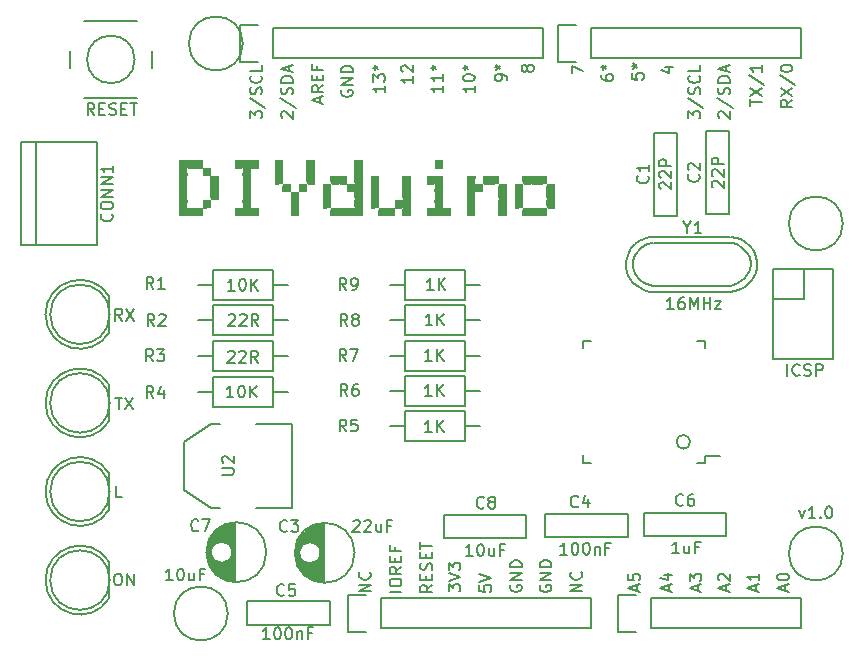
<source format=gbr>
G04 #@! TF.FileFunction,Legend,Top*
%FSLAX46Y46*%
G04 Gerber Fmt 4.6, Leading zero omitted, Abs format (unit mm)*
G04 Created by KiCad (PCBNEW 4.0.5+dfsg1-4) date Mon Jun 12 21:47:57 2017*
%MOMM*%
%LPD*%
G01*
G04 APERTURE LIST*
%ADD10C,0.100000*%
%ADD11C,0.150000*%
%ADD12C,0.010000*%
G04 APERTURE END LIST*
D10*
D11*
X166390409Y-109296200D02*
G75*
G03X166390409Y-109296200I-579209J0D01*
G01*
X130786381Y-126004581D02*
X130214952Y-126004581D01*
X130500666Y-126004581D02*
X130500666Y-125004581D01*
X130405428Y-125147438D01*
X130310190Y-125242676D01*
X130214952Y-125290295D01*
X131405428Y-125004581D02*
X131500667Y-125004581D01*
X131595905Y-125052200D01*
X131643524Y-125099819D01*
X131691143Y-125195057D01*
X131738762Y-125385533D01*
X131738762Y-125623629D01*
X131691143Y-125814105D01*
X131643524Y-125909343D01*
X131595905Y-125956962D01*
X131500667Y-126004581D01*
X131405428Y-126004581D01*
X131310190Y-125956962D01*
X131262571Y-125909343D01*
X131214952Y-125814105D01*
X131167333Y-125623629D01*
X131167333Y-125385533D01*
X131214952Y-125195057D01*
X131262571Y-125099819D01*
X131310190Y-125052200D01*
X131405428Y-125004581D01*
X132357809Y-125004581D02*
X132453048Y-125004581D01*
X132548286Y-125052200D01*
X132595905Y-125099819D01*
X132643524Y-125195057D01*
X132691143Y-125385533D01*
X132691143Y-125623629D01*
X132643524Y-125814105D01*
X132595905Y-125909343D01*
X132548286Y-125956962D01*
X132453048Y-126004581D01*
X132357809Y-126004581D01*
X132262571Y-125956962D01*
X132214952Y-125909343D01*
X132167333Y-125814105D01*
X132119714Y-125623629D01*
X132119714Y-125385533D01*
X132167333Y-125195057D01*
X132214952Y-125099819D01*
X132262571Y-125052200D01*
X132357809Y-125004581D01*
X133119714Y-125337914D02*
X133119714Y-126004581D01*
X133119714Y-125433152D02*
X133167333Y-125385533D01*
X133262571Y-125337914D01*
X133405429Y-125337914D01*
X133500667Y-125385533D01*
X133548286Y-125480771D01*
X133548286Y-126004581D01*
X134357810Y-125480771D02*
X134024476Y-125480771D01*
X134024476Y-126004581D02*
X134024476Y-125004581D01*
X134500667Y-125004581D01*
X137853943Y-116006619D02*
X137901562Y-115959000D01*
X137996800Y-115911381D01*
X138234896Y-115911381D01*
X138330134Y-115959000D01*
X138377753Y-116006619D01*
X138425372Y-116101857D01*
X138425372Y-116197095D01*
X138377753Y-116339952D01*
X137806324Y-116911381D01*
X138425372Y-116911381D01*
X138806324Y-116006619D02*
X138853943Y-115959000D01*
X138949181Y-115911381D01*
X139187277Y-115911381D01*
X139282515Y-115959000D01*
X139330134Y-116006619D01*
X139377753Y-116101857D01*
X139377753Y-116197095D01*
X139330134Y-116339952D01*
X138758705Y-116911381D01*
X139377753Y-116911381D01*
X140234896Y-116244714D02*
X140234896Y-116911381D01*
X139806324Y-116244714D02*
X139806324Y-116768524D01*
X139853943Y-116863762D01*
X139949181Y-116911381D01*
X140092039Y-116911381D01*
X140187277Y-116863762D01*
X140234896Y-116816143D01*
X141044420Y-116387571D02*
X140711086Y-116387571D01*
X140711086Y-116911381D02*
X140711086Y-115911381D01*
X141187277Y-115911381D01*
X122575772Y-121026181D02*
X122004343Y-121026181D01*
X122290057Y-121026181D02*
X122290057Y-120026181D01*
X122194819Y-120169038D01*
X122099581Y-120264276D01*
X122004343Y-120311895D01*
X123194819Y-120026181D02*
X123290058Y-120026181D01*
X123385296Y-120073800D01*
X123432915Y-120121419D01*
X123480534Y-120216657D01*
X123528153Y-120407133D01*
X123528153Y-120645229D01*
X123480534Y-120835705D01*
X123432915Y-120930943D01*
X123385296Y-120978562D01*
X123290058Y-121026181D01*
X123194819Y-121026181D01*
X123099581Y-120978562D01*
X123051962Y-120930943D01*
X123004343Y-120835705D01*
X122956724Y-120645229D01*
X122956724Y-120407133D01*
X123004343Y-120216657D01*
X123051962Y-120121419D01*
X123099581Y-120073800D01*
X123194819Y-120026181D01*
X124385296Y-120359514D02*
X124385296Y-121026181D01*
X123956724Y-120359514D02*
X123956724Y-120883324D01*
X124004343Y-120978562D01*
X124099581Y-121026181D01*
X124242439Y-121026181D01*
X124337677Y-120978562D01*
X124385296Y-120930943D01*
X125194820Y-120502371D02*
X124861486Y-120502371D01*
X124861486Y-121026181D02*
X124861486Y-120026181D01*
X125337677Y-120026181D01*
X165469962Y-118740181D02*
X164898533Y-118740181D01*
X165184247Y-118740181D02*
X165184247Y-117740181D01*
X165089009Y-117883038D01*
X164993771Y-117978276D01*
X164898533Y-118025895D01*
X166327105Y-118073514D02*
X166327105Y-118740181D01*
X165898533Y-118073514D02*
X165898533Y-118597324D01*
X165946152Y-118692562D01*
X166041390Y-118740181D01*
X166184248Y-118740181D01*
X166279486Y-118692562D01*
X166327105Y-118644943D01*
X167136629Y-118216371D02*
X166803295Y-118216371D01*
X166803295Y-118740181D02*
X166803295Y-117740181D01*
X167279486Y-117740181D01*
X155983181Y-118841781D02*
X155411752Y-118841781D01*
X155697466Y-118841781D02*
X155697466Y-117841781D01*
X155602228Y-117984638D01*
X155506990Y-118079876D01*
X155411752Y-118127495D01*
X156602228Y-117841781D02*
X156697467Y-117841781D01*
X156792705Y-117889400D01*
X156840324Y-117937019D01*
X156887943Y-118032257D01*
X156935562Y-118222733D01*
X156935562Y-118460829D01*
X156887943Y-118651305D01*
X156840324Y-118746543D01*
X156792705Y-118794162D01*
X156697467Y-118841781D01*
X156602228Y-118841781D01*
X156506990Y-118794162D01*
X156459371Y-118746543D01*
X156411752Y-118651305D01*
X156364133Y-118460829D01*
X156364133Y-118222733D01*
X156411752Y-118032257D01*
X156459371Y-117937019D01*
X156506990Y-117889400D01*
X156602228Y-117841781D01*
X157554609Y-117841781D02*
X157649848Y-117841781D01*
X157745086Y-117889400D01*
X157792705Y-117937019D01*
X157840324Y-118032257D01*
X157887943Y-118222733D01*
X157887943Y-118460829D01*
X157840324Y-118651305D01*
X157792705Y-118746543D01*
X157745086Y-118794162D01*
X157649848Y-118841781D01*
X157554609Y-118841781D01*
X157459371Y-118794162D01*
X157411752Y-118746543D01*
X157364133Y-118651305D01*
X157316514Y-118460829D01*
X157316514Y-118222733D01*
X157364133Y-118032257D01*
X157411752Y-117937019D01*
X157459371Y-117889400D01*
X157554609Y-117841781D01*
X158316514Y-118175114D02*
X158316514Y-118841781D01*
X158316514Y-118270352D02*
X158364133Y-118222733D01*
X158459371Y-118175114D01*
X158602229Y-118175114D01*
X158697467Y-118222733D01*
X158745086Y-118317971D01*
X158745086Y-118841781D01*
X159554610Y-118317971D02*
X159221276Y-118317971D01*
X159221276Y-118841781D02*
X159221276Y-117841781D01*
X159697467Y-117841781D01*
X147975772Y-118943381D02*
X147404343Y-118943381D01*
X147690057Y-118943381D02*
X147690057Y-117943381D01*
X147594819Y-118086238D01*
X147499581Y-118181476D01*
X147404343Y-118229095D01*
X148594819Y-117943381D02*
X148690058Y-117943381D01*
X148785296Y-117991000D01*
X148832915Y-118038619D01*
X148880534Y-118133857D01*
X148928153Y-118324333D01*
X148928153Y-118562429D01*
X148880534Y-118752905D01*
X148832915Y-118848143D01*
X148785296Y-118895762D01*
X148690058Y-118943381D01*
X148594819Y-118943381D01*
X148499581Y-118895762D01*
X148451962Y-118848143D01*
X148404343Y-118752905D01*
X148356724Y-118562429D01*
X148356724Y-118324333D01*
X148404343Y-118133857D01*
X148451962Y-118038619D01*
X148499581Y-117991000D01*
X148594819Y-117943381D01*
X149785296Y-118276714D02*
X149785296Y-118943381D01*
X149356724Y-118276714D02*
X149356724Y-118800524D01*
X149404343Y-118895762D01*
X149499581Y-118943381D01*
X149642439Y-118943381D01*
X149737677Y-118895762D01*
X149785296Y-118848143D01*
X150594820Y-118419571D02*
X150261486Y-118419571D01*
X150261486Y-118943381D02*
X150261486Y-117943381D01*
X150737677Y-117943381D01*
X168330619Y-87748905D02*
X168283000Y-87701286D01*
X168235381Y-87606048D01*
X168235381Y-87367952D01*
X168283000Y-87272714D01*
X168330619Y-87225095D01*
X168425857Y-87177476D01*
X168521095Y-87177476D01*
X168663952Y-87225095D01*
X169235381Y-87796524D01*
X169235381Y-87177476D01*
X168330619Y-86796524D02*
X168283000Y-86748905D01*
X168235381Y-86653667D01*
X168235381Y-86415571D01*
X168283000Y-86320333D01*
X168330619Y-86272714D01*
X168425857Y-86225095D01*
X168521095Y-86225095D01*
X168663952Y-86272714D01*
X169235381Y-86844143D01*
X169235381Y-86225095D01*
X169235381Y-85796524D02*
X168235381Y-85796524D01*
X168235381Y-85415571D01*
X168283000Y-85320333D01*
X168330619Y-85272714D01*
X168425857Y-85225095D01*
X168568714Y-85225095D01*
X168663952Y-85272714D01*
X168711571Y-85320333D01*
X168759190Y-85415571D01*
X168759190Y-85796524D01*
X163885619Y-87875905D02*
X163838000Y-87828286D01*
X163790381Y-87733048D01*
X163790381Y-87494952D01*
X163838000Y-87399714D01*
X163885619Y-87352095D01*
X163980857Y-87304476D01*
X164076095Y-87304476D01*
X164218952Y-87352095D01*
X164790381Y-87923524D01*
X164790381Y-87304476D01*
X163885619Y-86923524D02*
X163838000Y-86875905D01*
X163790381Y-86780667D01*
X163790381Y-86542571D01*
X163838000Y-86447333D01*
X163885619Y-86399714D01*
X163980857Y-86352095D01*
X164076095Y-86352095D01*
X164218952Y-86399714D01*
X164790381Y-86971143D01*
X164790381Y-86352095D01*
X164790381Y-85923524D02*
X163790381Y-85923524D01*
X163790381Y-85542571D01*
X163838000Y-85447333D01*
X163885619Y-85399714D01*
X163980857Y-85352095D01*
X164123714Y-85352095D01*
X164218952Y-85399714D01*
X164266571Y-85447333D01*
X164314190Y-85542571D01*
X164314190Y-85923524D01*
X144514915Y-108478581D02*
X143943486Y-108478581D01*
X144229200Y-108478581D02*
X144229200Y-107478581D01*
X144133962Y-107621438D01*
X144038724Y-107716676D01*
X143943486Y-107764295D01*
X144943486Y-108478581D02*
X144943486Y-107478581D01*
X145514915Y-108478581D02*
X145086343Y-107907152D01*
X145514915Y-107478581D02*
X144943486Y-108050010D01*
X144514915Y-105430581D02*
X143943486Y-105430581D01*
X144229200Y-105430581D02*
X144229200Y-104430581D01*
X144133962Y-104573438D01*
X144038724Y-104668676D01*
X143943486Y-104716295D01*
X144943486Y-105430581D02*
X144943486Y-104430581D01*
X145514915Y-105430581D02*
X145086343Y-104859152D01*
X145514915Y-104430581D02*
X144943486Y-105002010D01*
X144514915Y-102433381D02*
X143943486Y-102433381D01*
X144229200Y-102433381D02*
X144229200Y-101433381D01*
X144133962Y-101576238D01*
X144038724Y-101671476D01*
X143943486Y-101719095D01*
X144943486Y-102433381D02*
X144943486Y-101433381D01*
X145514915Y-102433381D02*
X145086343Y-101861952D01*
X145514915Y-101433381D02*
X144943486Y-102004810D01*
X144565715Y-99436181D02*
X143994286Y-99436181D01*
X144280000Y-99436181D02*
X144280000Y-98436181D01*
X144184762Y-98579038D01*
X144089524Y-98674276D01*
X143994286Y-98721895D01*
X144994286Y-99436181D02*
X144994286Y-98436181D01*
X145565715Y-99436181D02*
X145137143Y-98864752D01*
X145565715Y-98436181D02*
X144994286Y-99007610D01*
X144667315Y-96438981D02*
X144095886Y-96438981D01*
X144381600Y-96438981D02*
X144381600Y-95438981D01*
X144286362Y-95581838D01*
X144191124Y-95677076D01*
X144095886Y-95724695D01*
X145095886Y-96438981D02*
X145095886Y-95438981D01*
X145667315Y-96438981D02*
X145238743Y-95867552D01*
X145667315Y-95438981D02*
X145095886Y-96010410D01*
X127731924Y-105532181D02*
X127160495Y-105532181D01*
X127446209Y-105532181D02*
X127446209Y-104532181D01*
X127350971Y-104675038D01*
X127255733Y-104770276D01*
X127160495Y-104817895D01*
X128350971Y-104532181D02*
X128446210Y-104532181D01*
X128541448Y-104579800D01*
X128589067Y-104627419D01*
X128636686Y-104722657D01*
X128684305Y-104913133D01*
X128684305Y-105151229D01*
X128636686Y-105341705D01*
X128589067Y-105436943D01*
X128541448Y-105484562D01*
X128446210Y-105532181D01*
X128350971Y-105532181D01*
X128255733Y-105484562D01*
X128208114Y-105436943D01*
X128160495Y-105341705D01*
X128112876Y-105151229D01*
X128112876Y-104913133D01*
X128160495Y-104722657D01*
X128208114Y-104627419D01*
X128255733Y-104579800D01*
X128350971Y-104532181D01*
X129112876Y-105532181D02*
X129112876Y-104532181D01*
X129684305Y-105532181D02*
X129255733Y-104960752D01*
X129684305Y-104532181D02*
X129112876Y-105103610D01*
X127262095Y-101681019D02*
X127309714Y-101633400D01*
X127404952Y-101585781D01*
X127643048Y-101585781D01*
X127738286Y-101633400D01*
X127785905Y-101681019D01*
X127833524Y-101776257D01*
X127833524Y-101871495D01*
X127785905Y-102014352D01*
X127214476Y-102585781D01*
X127833524Y-102585781D01*
X128214476Y-101681019D02*
X128262095Y-101633400D01*
X128357333Y-101585781D01*
X128595429Y-101585781D01*
X128690667Y-101633400D01*
X128738286Y-101681019D01*
X128785905Y-101776257D01*
X128785905Y-101871495D01*
X128738286Y-102014352D01*
X128166857Y-102585781D01*
X128785905Y-102585781D01*
X129785905Y-102585781D02*
X129452571Y-102109590D01*
X129214476Y-102585781D02*
X129214476Y-101585781D01*
X129595429Y-101585781D01*
X129690667Y-101633400D01*
X129738286Y-101681019D01*
X129785905Y-101776257D01*
X129785905Y-101919114D01*
X129738286Y-102014352D01*
X129690667Y-102061971D01*
X129595429Y-102109590D01*
X129214476Y-102109590D01*
X127312895Y-98582219D02*
X127360514Y-98534600D01*
X127455752Y-98486981D01*
X127693848Y-98486981D01*
X127789086Y-98534600D01*
X127836705Y-98582219D01*
X127884324Y-98677457D01*
X127884324Y-98772695D01*
X127836705Y-98915552D01*
X127265276Y-99486981D01*
X127884324Y-99486981D01*
X128265276Y-98582219D02*
X128312895Y-98534600D01*
X128408133Y-98486981D01*
X128646229Y-98486981D01*
X128741467Y-98534600D01*
X128789086Y-98582219D01*
X128836705Y-98677457D01*
X128836705Y-98772695D01*
X128789086Y-98915552D01*
X128217657Y-99486981D01*
X128836705Y-99486981D01*
X129836705Y-99486981D02*
X129503371Y-99010790D01*
X129265276Y-99486981D02*
X129265276Y-98486981D01*
X129646229Y-98486981D01*
X129741467Y-98534600D01*
X129789086Y-98582219D01*
X129836705Y-98677457D01*
X129836705Y-98820314D01*
X129789086Y-98915552D01*
X129741467Y-98963171D01*
X129646229Y-99010790D01*
X129265276Y-99010790D01*
X127833524Y-96489781D02*
X127262095Y-96489781D01*
X127547809Y-96489781D02*
X127547809Y-95489781D01*
X127452571Y-95632638D01*
X127357333Y-95727876D01*
X127262095Y-95775495D01*
X128452571Y-95489781D02*
X128547810Y-95489781D01*
X128643048Y-95537400D01*
X128690667Y-95585019D01*
X128738286Y-95680257D01*
X128785905Y-95870733D01*
X128785905Y-96108829D01*
X128738286Y-96299305D01*
X128690667Y-96394543D01*
X128643048Y-96442162D01*
X128547810Y-96489781D01*
X128452571Y-96489781D01*
X128357333Y-96442162D01*
X128309714Y-96394543D01*
X128262095Y-96299305D01*
X128214476Y-96108829D01*
X128214476Y-95870733D01*
X128262095Y-95680257D01*
X128309714Y-95585019D01*
X128357333Y-95537400D01*
X128452571Y-95489781D01*
X129214476Y-96489781D02*
X129214476Y-95489781D01*
X129785905Y-96489781D02*
X129357333Y-95918352D01*
X129785905Y-95489781D02*
X129214476Y-96061210D01*
X175609429Y-115101714D02*
X175847524Y-115768381D01*
X176085620Y-115101714D01*
X176990382Y-115768381D02*
X176418953Y-115768381D01*
X176704667Y-115768381D02*
X176704667Y-114768381D01*
X176609429Y-114911238D01*
X176514191Y-115006476D01*
X176418953Y-115054095D01*
X177418953Y-115673143D02*
X177466572Y-115720762D01*
X177418953Y-115768381D01*
X177371334Y-115720762D01*
X177418953Y-115673143D01*
X177418953Y-115768381D01*
X178085619Y-114768381D02*
X178180858Y-114768381D01*
X178276096Y-114816000D01*
X178323715Y-114863619D01*
X178371334Y-114958857D01*
X178418953Y-115149333D01*
X178418953Y-115387429D01*
X178371334Y-115577905D01*
X178323715Y-115673143D01*
X178276096Y-115720762D01*
X178180858Y-115768381D01*
X178085619Y-115768381D01*
X177990381Y-115720762D01*
X177942762Y-115673143D01*
X177895143Y-115577905D01*
X177847524Y-115387429D01*
X177847524Y-115149333D01*
X177895143Y-114958857D01*
X177942762Y-114863619D01*
X177990381Y-114816000D01*
X178085619Y-114768381D01*
X157250381Y-121950714D02*
X156250381Y-121950714D01*
X157250381Y-121379285D01*
X156250381Y-121379285D01*
X157155143Y-120331666D02*
X157202762Y-120379285D01*
X157250381Y-120522142D01*
X157250381Y-120617380D01*
X157202762Y-120760238D01*
X157107524Y-120855476D01*
X157012286Y-120903095D01*
X156821810Y-120950714D01*
X156678952Y-120950714D01*
X156488476Y-120903095D01*
X156393238Y-120855476D01*
X156298000Y-120760238D01*
X156250381Y-120617380D01*
X156250381Y-120522142D01*
X156298000Y-120379285D01*
X156345619Y-120331666D01*
X144550381Y-121417381D02*
X144074190Y-121750715D01*
X144550381Y-121988810D02*
X143550381Y-121988810D01*
X143550381Y-121607857D01*
X143598000Y-121512619D01*
X143645619Y-121465000D01*
X143740857Y-121417381D01*
X143883714Y-121417381D01*
X143978952Y-121465000D01*
X144026571Y-121512619D01*
X144074190Y-121607857D01*
X144074190Y-121988810D01*
X144026571Y-120988810D02*
X144026571Y-120655476D01*
X144550381Y-120512619D02*
X144550381Y-120988810D01*
X143550381Y-120988810D01*
X143550381Y-120512619D01*
X144502762Y-120131667D02*
X144550381Y-119988810D01*
X144550381Y-119750714D01*
X144502762Y-119655476D01*
X144455143Y-119607857D01*
X144359905Y-119560238D01*
X144264667Y-119560238D01*
X144169429Y-119607857D01*
X144121810Y-119655476D01*
X144074190Y-119750714D01*
X144026571Y-119941191D01*
X143978952Y-120036429D01*
X143931333Y-120084048D01*
X143836095Y-120131667D01*
X143740857Y-120131667D01*
X143645619Y-120084048D01*
X143598000Y-120036429D01*
X143550381Y-119941191D01*
X143550381Y-119703095D01*
X143598000Y-119560238D01*
X144026571Y-119131667D02*
X144026571Y-118798333D01*
X144550381Y-118655476D02*
X144550381Y-119131667D01*
X143550381Y-119131667D01*
X143550381Y-118655476D01*
X143550381Y-118369762D02*
X143550381Y-117798333D01*
X144550381Y-118084048D02*
X143550381Y-118084048D01*
X141950381Y-121969762D02*
X140950381Y-121969762D01*
X140950381Y-121303096D02*
X140950381Y-121112619D01*
X140998000Y-121017381D01*
X141093238Y-120922143D01*
X141283714Y-120874524D01*
X141617048Y-120874524D01*
X141807524Y-120922143D01*
X141902762Y-121017381D01*
X141950381Y-121112619D01*
X141950381Y-121303096D01*
X141902762Y-121398334D01*
X141807524Y-121493572D01*
X141617048Y-121541191D01*
X141283714Y-121541191D01*
X141093238Y-121493572D01*
X140998000Y-121398334D01*
X140950381Y-121303096D01*
X141950381Y-119874524D02*
X141474190Y-120207858D01*
X141950381Y-120445953D02*
X140950381Y-120445953D01*
X140950381Y-120065000D01*
X140998000Y-119969762D01*
X141045619Y-119922143D01*
X141140857Y-119874524D01*
X141283714Y-119874524D01*
X141378952Y-119922143D01*
X141426571Y-119969762D01*
X141474190Y-120065000D01*
X141474190Y-120445953D01*
X141426571Y-119445953D02*
X141426571Y-119112619D01*
X141950381Y-118969762D02*
X141950381Y-119445953D01*
X140950381Y-119445953D01*
X140950381Y-118969762D01*
X141426571Y-118207857D02*
X141426571Y-118541191D01*
X141950381Y-118541191D02*
X140950381Y-118541191D01*
X140950381Y-118065000D01*
X145950381Y-121953095D02*
X145950381Y-121334047D01*
X146331333Y-121667381D01*
X146331333Y-121524523D01*
X146378952Y-121429285D01*
X146426571Y-121381666D01*
X146521810Y-121334047D01*
X146759905Y-121334047D01*
X146855143Y-121381666D01*
X146902762Y-121429285D01*
X146950381Y-121524523D01*
X146950381Y-121810238D01*
X146902762Y-121905476D01*
X146855143Y-121953095D01*
X145950381Y-121048333D02*
X146950381Y-120715000D01*
X145950381Y-120381666D01*
X145950381Y-120143571D02*
X145950381Y-119524523D01*
X146331333Y-119857857D01*
X146331333Y-119714999D01*
X146378952Y-119619761D01*
X146426571Y-119572142D01*
X146521810Y-119524523D01*
X146759905Y-119524523D01*
X146855143Y-119572142D01*
X146902762Y-119619761D01*
X146950381Y-119714999D01*
X146950381Y-120000714D01*
X146902762Y-120095952D01*
X146855143Y-120143571D01*
X139350381Y-121950714D02*
X138350381Y-121950714D01*
X139350381Y-121379285D01*
X138350381Y-121379285D01*
X139255143Y-120331666D02*
X139302762Y-120379285D01*
X139350381Y-120522142D01*
X139350381Y-120617380D01*
X139302762Y-120760238D01*
X139207524Y-120855476D01*
X139112286Y-120903095D01*
X138921810Y-120950714D01*
X138778952Y-120950714D01*
X138588476Y-120903095D01*
X138493238Y-120855476D01*
X138398000Y-120760238D01*
X138350381Y-120617380D01*
X138350381Y-120522142D01*
X138398000Y-120379285D01*
X138445619Y-120331666D01*
X148550381Y-121455476D02*
X148550381Y-121931667D01*
X149026571Y-121979286D01*
X148978952Y-121931667D01*
X148931333Y-121836429D01*
X148931333Y-121598333D01*
X148978952Y-121503095D01*
X149026571Y-121455476D01*
X149121810Y-121407857D01*
X149359905Y-121407857D01*
X149455143Y-121455476D01*
X149502762Y-121503095D01*
X149550381Y-121598333D01*
X149550381Y-121836429D01*
X149502762Y-121931667D01*
X149455143Y-121979286D01*
X148550381Y-121122143D02*
X149550381Y-120788810D01*
X148550381Y-120455476D01*
X151198000Y-121426904D02*
X151150381Y-121522142D01*
X151150381Y-121664999D01*
X151198000Y-121807857D01*
X151293238Y-121903095D01*
X151388476Y-121950714D01*
X151578952Y-121998333D01*
X151721810Y-121998333D01*
X151912286Y-121950714D01*
X152007524Y-121903095D01*
X152102762Y-121807857D01*
X152150381Y-121664999D01*
X152150381Y-121569761D01*
X152102762Y-121426904D01*
X152055143Y-121379285D01*
X151721810Y-121379285D01*
X151721810Y-121569761D01*
X152150381Y-120950714D02*
X151150381Y-120950714D01*
X152150381Y-120379285D01*
X151150381Y-120379285D01*
X152150381Y-119903095D02*
X151150381Y-119903095D01*
X151150381Y-119665000D01*
X151198000Y-119522142D01*
X151293238Y-119426904D01*
X151388476Y-119379285D01*
X151578952Y-119331666D01*
X151721810Y-119331666D01*
X151912286Y-119379285D01*
X152007524Y-119426904D01*
X152102762Y-119522142D01*
X152150381Y-119665000D01*
X152150381Y-119903095D01*
X153698000Y-121426904D02*
X153650381Y-121522142D01*
X153650381Y-121664999D01*
X153698000Y-121807857D01*
X153793238Y-121903095D01*
X153888476Y-121950714D01*
X154078952Y-121998333D01*
X154221810Y-121998333D01*
X154412286Y-121950714D01*
X154507524Y-121903095D01*
X154602762Y-121807857D01*
X154650381Y-121664999D01*
X154650381Y-121569761D01*
X154602762Y-121426904D01*
X154555143Y-121379285D01*
X154221810Y-121379285D01*
X154221810Y-121569761D01*
X154650381Y-120950714D02*
X153650381Y-120950714D01*
X154650381Y-120379285D01*
X153650381Y-120379285D01*
X154650381Y-119903095D02*
X153650381Y-119903095D01*
X153650381Y-119665000D01*
X153698000Y-119522142D01*
X153793238Y-119426904D01*
X153888476Y-119379285D01*
X154078952Y-119331666D01*
X154221810Y-119331666D01*
X154412286Y-119379285D01*
X154507524Y-119426904D01*
X154602762Y-119522142D01*
X154650381Y-119665000D01*
X154650381Y-119903095D01*
X161864667Y-121879286D02*
X161864667Y-121403095D01*
X162150381Y-121974524D02*
X161150381Y-121641191D01*
X162150381Y-121307857D01*
X161150381Y-120498333D02*
X161150381Y-120974524D01*
X161626571Y-121022143D01*
X161578952Y-120974524D01*
X161531333Y-120879286D01*
X161531333Y-120641190D01*
X161578952Y-120545952D01*
X161626571Y-120498333D01*
X161721810Y-120450714D01*
X161959905Y-120450714D01*
X162055143Y-120498333D01*
X162102762Y-120545952D01*
X162150381Y-120641190D01*
X162150381Y-120879286D01*
X162102762Y-120974524D01*
X162055143Y-121022143D01*
X164564667Y-121879286D02*
X164564667Y-121403095D01*
X164850381Y-121974524D02*
X163850381Y-121641191D01*
X164850381Y-121307857D01*
X164183714Y-120545952D02*
X164850381Y-120545952D01*
X163802762Y-120784048D02*
X164517048Y-121022143D01*
X164517048Y-120403095D01*
X167064667Y-121879286D02*
X167064667Y-121403095D01*
X167350381Y-121974524D02*
X166350381Y-121641191D01*
X167350381Y-121307857D01*
X166350381Y-121069762D02*
X166350381Y-120450714D01*
X166731333Y-120784048D01*
X166731333Y-120641190D01*
X166778952Y-120545952D01*
X166826571Y-120498333D01*
X166921810Y-120450714D01*
X167159905Y-120450714D01*
X167255143Y-120498333D01*
X167302762Y-120545952D01*
X167350381Y-120641190D01*
X167350381Y-120926905D01*
X167302762Y-121022143D01*
X167255143Y-121069762D01*
X169464667Y-121879286D02*
X169464667Y-121403095D01*
X169750381Y-121974524D02*
X168750381Y-121641191D01*
X169750381Y-121307857D01*
X168845619Y-121022143D02*
X168798000Y-120974524D01*
X168750381Y-120879286D01*
X168750381Y-120641190D01*
X168798000Y-120545952D01*
X168845619Y-120498333D01*
X168940857Y-120450714D01*
X169036095Y-120450714D01*
X169178952Y-120498333D01*
X169750381Y-121069762D01*
X169750381Y-120450714D01*
X171964667Y-121879286D02*
X171964667Y-121403095D01*
X172250381Y-121974524D02*
X171250381Y-121641191D01*
X172250381Y-121307857D01*
X172250381Y-120450714D02*
X172250381Y-121022143D01*
X172250381Y-120736429D02*
X171250381Y-120736429D01*
X171393238Y-120831667D01*
X171488476Y-120926905D01*
X171536095Y-121022143D01*
X174464667Y-121879286D02*
X174464667Y-121403095D01*
X174750381Y-121974524D02*
X173750381Y-121641191D01*
X174750381Y-121307857D01*
X173750381Y-120784048D02*
X173750381Y-120688809D01*
X173798000Y-120593571D01*
X173845619Y-120545952D01*
X173940857Y-120498333D01*
X174131333Y-120450714D01*
X174369429Y-120450714D01*
X174559905Y-120498333D01*
X174655143Y-120545952D01*
X174702762Y-120593571D01*
X174750381Y-120688809D01*
X174750381Y-120784048D01*
X174702762Y-120879286D01*
X174655143Y-120926905D01*
X174559905Y-120974524D01*
X174369429Y-121022143D01*
X174131333Y-121022143D01*
X173940857Y-120974524D01*
X173845619Y-120926905D01*
X173798000Y-120879286D01*
X173750381Y-120784048D01*
X129150381Y-81903095D02*
X129150381Y-81284047D01*
X129531333Y-81617381D01*
X129531333Y-81474523D01*
X129578952Y-81379285D01*
X129626571Y-81331666D01*
X129721810Y-81284047D01*
X129959905Y-81284047D01*
X130055143Y-81331666D01*
X130102762Y-81379285D01*
X130150381Y-81474523D01*
X130150381Y-81760238D01*
X130102762Y-81855476D01*
X130055143Y-81903095D01*
X129102762Y-80141190D02*
X130388476Y-80998333D01*
X130102762Y-79855476D02*
X130150381Y-79712619D01*
X130150381Y-79474523D01*
X130102762Y-79379285D01*
X130055143Y-79331666D01*
X129959905Y-79284047D01*
X129864667Y-79284047D01*
X129769429Y-79331666D01*
X129721810Y-79379285D01*
X129674190Y-79474523D01*
X129626571Y-79665000D01*
X129578952Y-79760238D01*
X129531333Y-79807857D01*
X129436095Y-79855476D01*
X129340857Y-79855476D01*
X129245619Y-79807857D01*
X129198000Y-79760238D01*
X129150381Y-79665000D01*
X129150381Y-79426904D01*
X129198000Y-79284047D01*
X130055143Y-78284047D02*
X130102762Y-78331666D01*
X130150381Y-78474523D01*
X130150381Y-78569761D01*
X130102762Y-78712619D01*
X130007524Y-78807857D01*
X129912286Y-78855476D01*
X129721810Y-78903095D01*
X129578952Y-78903095D01*
X129388476Y-78855476D01*
X129293238Y-78807857D01*
X129198000Y-78712619D01*
X129150381Y-78569761D01*
X129150381Y-78474523D01*
X129198000Y-78331666D01*
X129245619Y-78284047D01*
X130150381Y-77379285D02*
X130150381Y-77855476D01*
X129150381Y-77855476D01*
X131845619Y-81879286D02*
X131798000Y-81831667D01*
X131750381Y-81736429D01*
X131750381Y-81498333D01*
X131798000Y-81403095D01*
X131845619Y-81355476D01*
X131940857Y-81307857D01*
X132036095Y-81307857D01*
X132178952Y-81355476D01*
X132750381Y-81926905D01*
X132750381Y-81307857D01*
X131702762Y-80165000D02*
X132988476Y-81022143D01*
X132702762Y-79879286D02*
X132750381Y-79736429D01*
X132750381Y-79498333D01*
X132702762Y-79403095D01*
X132655143Y-79355476D01*
X132559905Y-79307857D01*
X132464667Y-79307857D01*
X132369429Y-79355476D01*
X132321810Y-79403095D01*
X132274190Y-79498333D01*
X132226571Y-79688810D01*
X132178952Y-79784048D01*
X132131333Y-79831667D01*
X132036095Y-79879286D01*
X131940857Y-79879286D01*
X131845619Y-79831667D01*
X131798000Y-79784048D01*
X131750381Y-79688810D01*
X131750381Y-79450714D01*
X131798000Y-79307857D01*
X132750381Y-78879286D02*
X131750381Y-78879286D01*
X131750381Y-78641191D01*
X131798000Y-78498333D01*
X131893238Y-78403095D01*
X131988476Y-78355476D01*
X132178952Y-78307857D01*
X132321810Y-78307857D01*
X132512286Y-78355476D01*
X132607524Y-78403095D01*
X132702762Y-78498333D01*
X132750381Y-78641191D01*
X132750381Y-78879286D01*
X132464667Y-77926905D02*
X132464667Y-77450714D01*
X132750381Y-78022143D02*
X131750381Y-77688810D01*
X132750381Y-77355476D01*
X135064667Y-80584048D02*
X135064667Y-80107857D01*
X135350381Y-80679286D02*
X134350381Y-80345953D01*
X135350381Y-80012619D01*
X135350381Y-79107857D02*
X134874190Y-79441191D01*
X135350381Y-79679286D02*
X134350381Y-79679286D01*
X134350381Y-79298333D01*
X134398000Y-79203095D01*
X134445619Y-79155476D01*
X134540857Y-79107857D01*
X134683714Y-79107857D01*
X134778952Y-79155476D01*
X134826571Y-79203095D01*
X134874190Y-79298333D01*
X134874190Y-79679286D01*
X134826571Y-78679286D02*
X134826571Y-78345952D01*
X135350381Y-78203095D02*
X135350381Y-78679286D01*
X134350381Y-78679286D01*
X134350381Y-78203095D01*
X134826571Y-77441190D02*
X134826571Y-77774524D01*
X135350381Y-77774524D02*
X134350381Y-77774524D01*
X134350381Y-77298333D01*
X136898000Y-79526904D02*
X136850381Y-79622142D01*
X136850381Y-79764999D01*
X136898000Y-79907857D01*
X136993238Y-80003095D01*
X137088476Y-80050714D01*
X137278952Y-80098333D01*
X137421810Y-80098333D01*
X137612286Y-80050714D01*
X137707524Y-80003095D01*
X137802762Y-79907857D01*
X137850381Y-79764999D01*
X137850381Y-79669761D01*
X137802762Y-79526904D01*
X137755143Y-79479285D01*
X137421810Y-79479285D01*
X137421810Y-79669761D01*
X137850381Y-79050714D02*
X136850381Y-79050714D01*
X137850381Y-78479285D01*
X136850381Y-78479285D01*
X137850381Y-78003095D02*
X136850381Y-78003095D01*
X136850381Y-77765000D01*
X136898000Y-77622142D01*
X136993238Y-77526904D01*
X137088476Y-77479285D01*
X137278952Y-77431666D01*
X137421810Y-77431666D01*
X137612286Y-77479285D01*
X137707524Y-77526904D01*
X137802762Y-77622142D01*
X137850381Y-77765000D01*
X137850381Y-78003095D01*
X140550381Y-79136428D02*
X140550381Y-79707857D01*
X140550381Y-79422143D02*
X139550381Y-79422143D01*
X139693238Y-79517381D01*
X139788476Y-79612619D01*
X139836095Y-79707857D01*
X139550381Y-78803095D02*
X139550381Y-78184047D01*
X139931333Y-78517381D01*
X139931333Y-78374523D01*
X139978952Y-78279285D01*
X140026571Y-78231666D01*
X140121810Y-78184047D01*
X140359905Y-78184047D01*
X140455143Y-78231666D01*
X140502762Y-78279285D01*
X140550381Y-78374523D01*
X140550381Y-78660238D01*
X140502762Y-78755476D01*
X140455143Y-78803095D01*
X139550381Y-77612619D02*
X139788476Y-77612619D01*
X139693238Y-77850714D02*
X139788476Y-77612619D01*
X139693238Y-77374523D01*
X139978952Y-77755476D02*
X139788476Y-77612619D01*
X139978952Y-77469761D01*
X142950381Y-78355476D02*
X142950381Y-78926905D01*
X142950381Y-78641191D02*
X141950381Y-78641191D01*
X142093238Y-78736429D01*
X142188476Y-78831667D01*
X142236095Y-78926905D01*
X142045619Y-77974524D02*
X141998000Y-77926905D01*
X141950381Y-77831667D01*
X141950381Y-77593571D01*
X141998000Y-77498333D01*
X142045619Y-77450714D01*
X142140857Y-77403095D01*
X142236095Y-77403095D01*
X142378952Y-77450714D01*
X142950381Y-78022143D01*
X142950381Y-77403095D01*
X145450381Y-79136428D02*
X145450381Y-79707857D01*
X145450381Y-79422143D02*
X144450381Y-79422143D01*
X144593238Y-79517381D01*
X144688476Y-79612619D01*
X144736095Y-79707857D01*
X145450381Y-78184047D02*
X145450381Y-78755476D01*
X145450381Y-78469762D02*
X144450381Y-78469762D01*
X144593238Y-78565000D01*
X144688476Y-78660238D01*
X144736095Y-78755476D01*
X144450381Y-77612619D02*
X144688476Y-77612619D01*
X144593238Y-77850714D02*
X144688476Y-77612619D01*
X144593238Y-77374523D01*
X144878952Y-77755476D02*
X144688476Y-77612619D01*
X144878952Y-77469761D01*
X148150381Y-79136428D02*
X148150381Y-79707857D01*
X148150381Y-79422143D02*
X147150381Y-79422143D01*
X147293238Y-79517381D01*
X147388476Y-79612619D01*
X147436095Y-79707857D01*
X147150381Y-78517381D02*
X147150381Y-78422142D01*
X147198000Y-78326904D01*
X147245619Y-78279285D01*
X147340857Y-78231666D01*
X147531333Y-78184047D01*
X147769429Y-78184047D01*
X147959905Y-78231666D01*
X148055143Y-78279285D01*
X148102762Y-78326904D01*
X148150381Y-78422142D01*
X148150381Y-78517381D01*
X148102762Y-78612619D01*
X148055143Y-78660238D01*
X147959905Y-78707857D01*
X147769429Y-78755476D01*
X147531333Y-78755476D01*
X147340857Y-78707857D01*
X147245619Y-78660238D01*
X147198000Y-78612619D01*
X147150381Y-78517381D01*
X147150381Y-77612619D02*
X147388476Y-77612619D01*
X147293238Y-77850714D02*
X147388476Y-77612619D01*
X147293238Y-77374523D01*
X147578952Y-77755476D02*
X147388476Y-77612619D01*
X147578952Y-77469761D01*
X150850381Y-78636429D02*
X150850381Y-78445953D01*
X150802762Y-78350714D01*
X150755143Y-78303095D01*
X150612286Y-78207857D01*
X150421810Y-78160238D01*
X150040857Y-78160238D01*
X149945619Y-78207857D01*
X149898000Y-78255476D01*
X149850381Y-78350714D01*
X149850381Y-78541191D01*
X149898000Y-78636429D01*
X149945619Y-78684048D01*
X150040857Y-78731667D01*
X150278952Y-78731667D01*
X150374190Y-78684048D01*
X150421810Y-78636429D01*
X150469429Y-78541191D01*
X150469429Y-78350714D01*
X150421810Y-78255476D01*
X150374190Y-78207857D01*
X150278952Y-78160238D01*
X149850381Y-77588810D02*
X150088476Y-77588810D01*
X149993238Y-77826905D02*
X150088476Y-77588810D01*
X149993238Y-77350714D01*
X150278952Y-77731667D02*
X150088476Y-77588810D01*
X150278952Y-77445952D01*
X152578952Y-77760238D02*
X152531333Y-77855476D01*
X152483714Y-77903095D01*
X152388476Y-77950714D01*
X152340857Y-77950714D01*
X152245619Y-77903095D01*
X152198000Y-77855476D01*
X152150381Y-77760238D01*
X152150381Y-77569761D01*
X152198000Y-77474523D01*
X152245619Y-77426904D01*
X152340857Y-77379285D01*
X152388476Y-77379285D01*
X152483714Y-77426904D01*
X152531333Y-77474523D01*
X152578952Y-77569761D01*
X152578952Y-77760238D01*
X152626571Y-77855476D01*
X152674190Y-77903095D01*
X152769429Y-77950714D01*
X152959905Y-77950714D01*
X153055143Y-77903095D01*
X153102762Y-77855476D01*
X153150381Y-77760238D01*
X153150381Y-77569761D01*
X153102762Y-77474523D01*
X153055143Y-77426904D01*
X152959905Y-77379285D01*
X152769429Y-77379285D01*
X152674190Y-77426904D01*
X152626571Y-77474523D01*
X152578952Y-77569761D01*
X156350381Y-78098333D02*
X156350381Y-77431666D01*
X157350381Y-77860238D01*
X158850381Y-78255476D02*
X158850381Y-78445953D01*
X158898000Y-78541191D01*
X158945619Y-78588810D01*
X159088476Y-78684048D01*
X159278952Y-78731667D01*
X159659905Y-78731667D01*
X159755143Y-78684048D01*
X159802762Y-78636429D01*
X159850381Y-78541191D01*
X159850381Y-78350714D01*
X159802762Y-78255476D01*
X159755143Y-78207857D01*
X159659905Y-78160238D01*
X159421810Y-78160238D01*
X159326571Y-78207857D01*
X159278952Y-78255476D01*
X159231333Y-78350714D01*
X159231333Y-78541191D01*
X159278952Y-78636429D01*
X159326571Y-78684048D01*
X159421810Y-78731667D01*
X158850381Y-77588810D02*
X159088476Y-77588810D01*
X158993238Y-77826905D02*
X159088476Y-77588810D01*
X158993238Y-77350714D01*
X159278952Y-77731667D02*
X159088476Y-77588810D01*
X159278952Y-77445952D01*
X161450381Y-78107857D02*
X161450381Y-78584048D01*
X161926571Y-78631667D01*
X161878952Y-78584048D01*
X161831333Y-78488810D01*
X161831333Y-78250714D01*
X161878952Y-78155476D01*
X161926571Y-78107857D01*
X162021810Y-78060238D01*
X162259905Y-78060238D01*
X162355143Y-78107857D01*
X162402762Y-78155476D01*
X162450381Y-78250714D01*
X162450381Y-78488810D01*
X162402762Y-78584048D01*
X162355143Y-78631667D01*
X161450381Y-77488810D02*
X161688476Y-77488810D01*
X161593238Y-77726905D02*
X161688476Y-77488810D01*
X161593238Y-77250714D01*
X161878952Y-77631667D02*
X161688476Y-77488810D01*
X161878952Y-77345952D01*
X164283714Y-77574523D02*
X164950381Y-77574523D01*
X163902762Y-77812619D02*
X164617048Y-78050714D01*
X164617048Y-77431666D01*
X166250381Y-81903095D02*
X166250381Y-81284047D01*
X166631333Y-81617381D01*
X166631333Y-81474523D01*
X166678952Y-81379285D01*
X166726571Y-81331666D01*
X166821810Y-81284047D01*
X167059905Y-81284047D01*
X167155143Y-81331666D01*
X167202762Y-81379285D01*
X167250381Y-81474523D01*
X167250381Y-81760238D01*
X167202762Y-81855476D01*
X167155143Y-81903095D01*
X166202762Y-80141190D02*
X167488476Y-80998333D01*
X167202762Y-79855476D02*
X167250381Y-79712619D01*
X167250381Y-79474523D01*
X167202762Y-79379285D01*
X167155143Y-79331666D01*
X167059905Y-79284047D01*
X166964667Y-79284047D01*
X166869429Y-79331666D01*
X166821810Y-79379285D01*
X166774190Y-79474523D01*
X166726571Y-79665000D01*
X166678952Y-79760238D01*
X166631333Y-79807857D01*
X166536095Y-79855476D01*
X166440857Y-79855476D01*
X166345619Y-79807857D01*
X166298000Y-79760238D01*
X166250381Y-79665000D01*
X166250381Y-79426904D01*
X166298000Y-79284047D01*
X167155143Y-78284047D02*
X167202762Y-78331666D01*
X167250381Y-78474523D01*
X167250381Y-78569761D01*
X167202762Y-78712619D01*
X167107524Y-78807857D01*
X167012286Y-78855476D01*
X166821810Y-78903095D01*
X166678952Y-78903095D01*
X166488476Y-78855476D01*
X166393238Y-78807857D01*
X166298000Y-78712619D01*
X166250381Y-78569761D01*
X166250381Y-78474523D01*
X166298000Y-78331666D01*
X166345619Y-78284047D01*
X167250381Y-77379285D02*
X167250381Y-77855476D01*
X166250381Y-77855476D01*
X168845619Y-81879286D02*
X168798000Y-81831667D01*
X168750381Y-81736429D01*
X168750381Y-81498333D01*
X168798000Y-81403095D01*
X168845619Y-81355476D01*
X168940857Y-81307857D01*
X169036095Y-81307857D01*
X169178952Y-81355476D01*
X169750381Y-81926905D01*
X169750381Y-81307857D01*
X168702762Y-80165000D02*
X169988476Y-81022143D01*
X169702762Y-79879286D02*
X169750381Y-79736429D01*
X169750381Y-79498333D01*
X169702762Y-79403095D01*
X169655143Y-79355476D01*
X169559905Y-79307857D01*
X169464667Y-79307857D01*
X169369429Y-79355476D01*
X169321810Y-79403095D01*
X169274190Y-79498333D01*
X169226571Y-79688810D01*
X169178952Y-79784048D01*
X169131333Y-79831667D01*
X169036095Y-79879286D01*
X168940857Y-79879286D01*
X168845619Y-79831667D01*
X168798000Y-79784048D01*
X168750381Y-79688810D01*
X168750381Y-79450714D01*
X168798000Y-79307857D01*
X169750381Y-78879286D02*
X168750381Y-78879286D01*
X168750381Y-78641191D01*
X168798000Y-78498333D01*
X168893238Y-78403095D01*
X168988476Y-78355476D01*
X169178952Y-78307857D01*
X169321810Y-78307857D01*
X169512286Y-78355476D01*
X169607524Y-78403095D01*
X169702762Y-78498333D01*
X169750381Y-78641191D01*
X169750381Y-78879286D01*
X169464667Y-77926905D02*
X169464667Y-77450714D01*
X169750381Y-78022143D02*
X168750381Y-77688810D01*
X169750381Y-77355476D01*
X171450381Y-80826905D02*
X171450381Y-80255476D01*
X172450381Y-80541191D02*
X171450381Y-80541191D01*
X171450381Y-80017381D02*
X172450381Y-79350714D01*
X171450381Y-79350714D02*
X172450381Y-80017381D01*
X171402762Y-78255476D02*
X172688476Y-79112619D01*
X172450381Y-77398333D02*
X172450381Y-77969762D01*
X172450381Y-77684048D02*
X171450381Y-77684048D01*
X171593238Y-77779286D01*
X171688476Y-77874524D01*
X171736095Y-77969762D01*
X175050381Y-80331666D02*
X174574190Y-80665000D01*
X175050381Y-80903095D02*
X174050381Y-80903095D01*
X174050381Y-80522142D01*
X174098000Y-80426904D01*
X174145619Y-80379285D01*
X174240857Y-80331666D01*
X174383714Y-80331666D01*
X174478952Y-80379285D01*
X174526571Y-80426904D01*
X174574190Y-80522142D01*
X174574190Y-80903095D01*
X174050381Y-79998333D02*
X175050381Y-79331666D01*
X174050381Y-79331666D02*
X175050381Y-79998333D01*
X174002762Y-78236428D02*
X175288476Y-79093571D01*
X174050381Y-77712619D02*
X174050381Y-77617380D01*
X174098000Y-77522142D01*
X174145619Y-77474523D01*
X174240857Y-77426904D01*
X174431333Y-77379285D01*
X174669429Y-77379285D01*
X174859905Y-77426904D01*
X174955143Y-77474523D01*
X175002762Y-77522142D01*
X175050381Y-77617380D01*
X175050381Y-77712619D01*
X175002762Y-77807857D01*
X174955143Y-77855476D01*
X174859905Y-77903095D01*
X174669429Y-77950714D01*
X174431333Y-77950714D01*
X174240857Y-77903095D01*
X174145619Y-77855476D01*
X174098000Y-77807857D01*
X174050381Y-77712619D01*
X174621810Y-103717381D02*
X174621810Y-102717381D01*
X175669429Y-103622143D02*
X175621810Y-103669762D01*
X175478953Y-103717381D01*
X175383715Y-103717381D01*
X175240857Y-103669762D01*
X175145619Y-103574524D01*
X175098000Y-103479286D01*
X175050381Y-103288810D01*
X175050381Y-103145952D01*
X175098000Y-102955476D01*
X175145619Y-102860238D01*
X175240857Y-102765000D01*
X175383715Y-102717381D01*
X175478953Y-102717381D01*
X175621810Y-102765000D01*
X175669429Y-102812619D01*
X176050381Y-103669762D02*
X176193238Y-103717381D01*
X176431334Y-103717381D01*
X176526572Y-103669762D01*
X176574191Y-103622143D01*
X176621810Y-103526905D01*
X176621810Y-103431667D01*
X176574191Y-103336429D01*
X176526572Y-103288810D01*
X176431334Y-103241190D01*
X176240857Y-103193571D01*
X176145619Y-103145952D01*
X176098000Y-103098333D01*
X176050381Y-103003095D01*
X176050381Y-102907857D01*
X176098000Y-102812619D01*
X176145619Y-102765000D01*
X176240857Y-102717381D01*
X176478953Y-102717381D01*
X176621810Y-102765000D01*
X177050381Y-103717381D02*
X177050381Y-102717381D01*
X177431334Y-102717381D01*
X177526572Y-102765000D01*
X177574191Y-102812619D01*
X177621810Y-102907857D01*
X177621810Y-103050714D01*
X177574191Y-103145952D01*
X177526572Y-103193571D01*
X177431334Y-103241190D01*
X177050381Y-103241190D01*
X165007524Y-98067381D02*
X164436095Y-98067381D01*
X164721809Y-98067381D02*
X164721809Y-97067381D01*
X164626571Y-97210238D01*
X164531333Y-97305476D01*
X164436095Y-97353095D01*
X165864667Y-97067381D02*
X165674190Y-97067381D01*
X165578952Y-97115000D01*
X165531333Y-97162619D01*
X165436095Y-97305476D01*
X165388476Y-97495952D01*
X165388476Y-97876905D01*
X165436095Y-97972143D01*
X165483714Y-98019762D01*
X165578952Y-98067381D01*
X165769429Y-98067381D01*
X165864667Y-98019762D01*
X165912286Y-97972143D01*
X165959905Y-97876905D01*
X165959905Y-97638810D01*
X165912286Y-97543571D01*
X165864667Y-97495952D01*
X165769429Y-97448333D01*
X165578952Y-97448333D01*
X165483714Y-97495952D01*
X165436095Y-97543571D01*
X165388476Y-97638810D01*
X166388476Y-98067381D02*
X166388476Y-97067381D01*
X166721810Y-97781667D01*
X167055143Y-97067381D01*
X167055143Y-98067381D01*
X167531333Y-98067381D02*
X167531333Y-97067381D01*
X167531333Y-97543571D02*
X168102762Y-97543571D01*
X168102762Y-98067381D02*
X168102762Y-97067381D01*
X168483714Y-97400714D02*
X169007524Y-97400714D01*
X168483714Y-98067381D01*
X169007524Y-98067381D01*
X115945619Y-81617381D02*
X115612285Y-81141190D01*
X115374190Y-81617381D02*
X115374190Y-80617381D01*
X115755143Y-80617381D01*
X115850381Y-80665000D01*
X115898000Y-80712619D01*
X115945619Y-80807857D01*
X115945619Y-80950714D01*
X115898000Y-81045952D01*
X115850381Y-81093571D01*
X115755143Y-81141190D01*
X115374190Y-81141190D01*
X116374190Y-81093571D02*
X116707524Y-81093571D01*
X116850381Y-81617381D02*
X116374190Y-81617381D01*
X116374190Y-80617381D01*
X116850381Y-80617381D01*
X117231333Y-81569762D02*
X117374190Y-81617381D01*
X117612286Y-81617381D01*
X117707524Y-81569762D01*
X117755143Y-81522143D01*
X117802762Y-81426905D01*
X117802762Y-81331667D01*
X117755143Y-81236429D01*
X117707524Y-81188810D01*
X117612286Y-81141190D01*
X117421809Y-81093571D01*
X117326571Y-81045952D01*
X117278952Y-80998333D01*
X117231333Y-80903095D01*
X117231333Y-80807857D01*
X117278952Y-80712619D01*
X117326571Y-80665000D01*
X117421809Y-80617381D01*
X117659905Y-80617381D01*
X117802762Y-80665000D01*
X118231333Y-81093571D02*
X118564667Y-81093571D01*
X118707524Y-81617381D02*
X118231333Y-81617381D01*
X118231333Y-80617381D01*
X118707524Y-80617381D01*
X118993238Y-80617381D02*
X119564667Y-80617381D01*
X119278952Y-81617381D02*
X119278952Y-80617381D01*
X171222000Y-93264240D02*
X171422660Y-93665560D01*
X171422660Y-93665560D02*
X171524260Y-94265000D01*
X171524260Y-94265000D02*
X171422660Y-94765380D01*
X171422660Y-94765380D02*
X171023880Y-95463880D01*
X171023880Y-95463880D02*
X170421900Y-95865200D01*
X170421900Y-95865200D02*
X169822460Y-96065860D01*
X169822460Y-96065860D02*
X163223540Y-96065860D01*
X163223540Y-96065860D02*
X162522500Y-95865200D01*
X162522500Y-95865200D02*
X162123720Y-95565480D01*
X162123720Y-95565480D02*
X161722400Y-95065100D01*
X161722400Y-95065100D02*
X161521740Y-94465660D01*
X161521740Y-94465660D02*
X161521740Y-93965280D01*
X161521740Y-93965280D02*
X161722400Y-93464900D01*
X161722400Y-93464900D02*
X162222780Y-92865460D01*
X162222780Y-92865460D02*
X162723160Y-92565740D01*
X162723160Y-92565740D02*
X163223540Y-92464140D01*
X163322600Y-92464140D02*
X169924060Y-92464140D01*
X169924060Y-92464140D02*
X170322840Y-92565740D01*
X170322840Y-92565740D02*
X170823220Y-92865460D01*
X170823220Y-92865460D02*
X171323600Y-93365840D01*
X163332760Y-91935820D02*
X162873020Y-91984080D01*
X162873020Y-91984080D02*
X162474240Y-92095840D01*
X162474240Y-92095840D02*
X162042440Y-92314280D01*
X162042440Y-92314280D02*
X161752880Y-92545420D01*
X161752880Y-92545420D02*
X161422680Y-92895940D01*
X161422680Y-92895940D02*
X161133120Y-93434420D01*
X161133120Y-93434420D02*
X161003580Y-94033860D01*
X161003580Y-94033860D02*
X161003580Y-94544400D01*
X161003580Y-94544400D02*
X161173760Y-95245440D01*
X161173760Y-95245440D02*
X161572540Y-95834720D01*
X161572540Y-95834720D02*
X162032280Y-96205560D01*
X162032280Y-96205560D02*
X162453920Y-96413840D01*
X162453920Y-96413840D02*
X162903500Y-96573860D01*
X162903500Y-96573860D02*
X163342920Y-96604340D01*
X170683520Y-96385900D02*
X171061980Y-96164920D01*
X171061980Y-96164920D02*
X171382020Y-95885520D01*
X171382020Y-95885520D02*
X171633480Y-95555320D01*
X171633480Y-95555320D02*
X171933200Y-95004140D01*
X171933200Y-95004140D02*
X172042420Y-94534240D01*
X172042420Y-94534240D02*
X172062740Y-94074500D01*
X172062740Y-94074500D02*
X171973840Y-93614760D01*
X171973840Y-93614760D02*
X171783340Y-93165180D01*
X171783340Y-93165180D02*
X171422660Y-92695280D01*
X171422660Y-92695280D02*
X171072140Y-92375240D01*
X171072140Y-92375240D02*
X170683520Y-92144100D01*
X170683520Y-92144100D02*
X170254260Y-92004400D01*
X170254260Y-92004400D02*
X169812300Y-91935820D01*
X163322600Y-96594180D02*
X169774200Y-96594180D01*
X169774200Y-96594180D02*
X170193300Y-96556080D01*
X170193300Y-96556080D02*
X170683520Y-96385900D01*
X163322600Y-91935820D02*
X169774200Y-91935820D01*
X140208000Y-125095000D02*
X157988000Y-125095000D01*
X157988000Y-125095000D02*
X157988000Y-122555000D01*
X157988000Y-122555000D02*
X140208000Y-122555000D01*
X137388000Y-125375000D02*
X138938000Y-125375000D01*
X140208000Y-125095000D02*
X140208000Y-122555000D01*
X138938000Y-122275000D02*
X137388000Y-122275000D01*
X137388000Y-122275000D02*
X137388000Y-125375000D01*
X163068000Y-125095000D02*
X175768000Y-125095000D01*
X175768000Y-125095000D02*
X175768000Y-122555000D01*
X175768000Y-122555000D02*
X163068000Y-122555000D01*
X160248000Y-125375000D02*
X161798000Y-125375000D01*
X163068000Y-125095000D02*
X163068000Y-122555000D01*
X161798000Y-122275000D02*
X160248000Y-122275000D01*
X160248000Y-122275000D02*
X160248000Y-125375000D01*
X131064000Y-76835000D02*
X153924000Y-76835000D01*
X153924000Y-76835000D02*
X153924000Y-74295000D01*
X153924000Y-74295000D02*
X131064000Y-74295000D01*
X128244000Y-77115000D02*
X129794000Y-77115000D01*
X131064000Y-76835000D02*
X131064000Y-74295000D01*
X129794000Y-74015000D02*
X128244000Y-74015000D01*
X128244000Y-74015000D02*
X128244000Y-77115000D01*
X157988000Y-76835000D02*
X175768000Y-76835000D01*
X175768000Y-76835000D02*
X175768000Y-74295000D01*
X175768000Y-74295000D02*
X157988000Y-74295000D01*
X155168000Y-77115000D02*
X156718000Y-77115000D01*
X157988000Y-76835000D02*
X157988000Y-74295000D01*
X156718000Y-74015000D02*
X155168000Y-74015000D01*
X155168000Y-74015000D02*
X155168000Y-77115000D01*
X127254000Y-123825000D02*
G75*
G03X127254000Y-123825000I-2286000J0D01*
G01*
X179324000Y-118745000D02*
G75*
G03X179324000Y-118745000I-2286000J0D01*
G01*
X128524000Y-75565000D02*
G75*
G03X128524000Y-75565000I-2286000J0D01*
G01*
X179324000Y-90805000D02*
G75*
G03X179324000Y-90805000I-2286000J0D01*
G01*
X163298000Y-90140000D02*
X163298000Y-83140000D01*
X163298000Y-83140000D02*
X165298000Y-83140000D01*
X165298000Y-83140000D02*
X165298000Y-90140000D01*
X165298000Y-90140000D02*
X163298000Y-90140000D01*
X167698000Y-90015000D02*
X167698000Y-83015000D01*
X167698000Y-83015000D02*
X169698000Y-83015000D01*
X169698000Y-83015000D02*
X169698000Y-90015000D01*
X169698000Y-90015000D02*
X167698000Y-90015000D01*
X135373000Y-121189000D02*
X135373000Y-116191000D01*
X135233000Y-121181000D02*
X135233000Y-116199000D01*
X135093000Y-121165000D02*
X135093000Y-118785000D01*
X135093000Y-118595000D02*
X135093000Y-116215000D01*
X134953000Y-121141000D02*
X134953000Y-119180000D01*
X134953000Y-118200000D02*
X134953000Y-116239000D01*
X134813000Y-121108000D02*
X134813000Y-119347000D01*
X134813000Y-118033000D02*
X134813000Y-116272000D01*
X134673000Y-121067000D02*
X134673000Y-119454000D01*
X134673000Y-117926000D02*
X134673000Y-116313000D01*
X134533000Y-121017000D02*
X134533000Y-119525000D01*
X134533000Y-117855000D02*
X134533000Y-116363000D01*
X134393000Y-120956000D02*
X134393000Y-119569000D01*
X134393000Y-117811000D02*
X134393000Y-116424000D01*
X134253000Y-120886000D02*
X134253000Y-119588000D01*
X134253000Y-117792000D02*
X134253000Y-116494000D01*
X134113000Y-120804000D02*
X134113000Y-119586000D01*
X134113000Y-117794000D02*
X134113000Y-116576000D01*
X133973000Y-120709000D02*
X133973000Y-119561000D01*
X133973000Y-117819000D02*
X133973000Y-116671000D01*
X133833000Y-120598000D02*
X133833000Y-119513000D01*
X133833000Y-117867000D02*
X133833000Y-116782000D01*
X133693000Y-120470000D02*
X133693000Y-119435000D01*
X133693000Y-117945000D02*
X133693000Y-116910000D01*
X133553000Y-120321000D02*
X133553000Y-119318000D01*
X133553000Y-118062000D02*
X133553000Y-117059000D01*
X133413000Y-120142000D02*
X133413000Y-119130000D01*
X133413000Y-118250000D02*
X133413000Y-117238000D01*
X133273000Y-119923000D02*
X133273000Y-117457000D01*
X133133000Y-119634000D02*
X133133000Y-117746000D01*
X132993000Y-119162000D02*
X132993000Y-118218000D01*
X135098000Y-118690000D02*
G75*
G03X135098000Y-118690000I-900000J0D01*
G01*
X137985500Y-118690000D02*
G75*
G03X137985500Y-118690000I-2537500J0D01*
G01*
X161098000Y-117390000D02*
X154098000Y-117390000D01*
X154098000Y-117390000D02*
X154098000Y-115390000D01*
X154098000Y-115390000D02*
X161098000Y-115390000D01*
X161098000Y-115390000D02*
X161098000Y-117390000D01*
X128873000Y-122790000D02*
X135873000Y-122790000D01*
X135873000Y-122790000D02*
X135873000Y-124790000D01*
X135873000Y-124790000D02*
X128873000Y-124790000D01*
X128873000Y-124790000D02*
X128873000Y-122790000D01*
X162448000Y-115290000D02*
X169448000Y-115290000D01*
X169448000Y-115290000D02*
X169448000Y-117290000D01*
X169448000Y-117290000D02*
X162448000Y-117290000D01*
X162448000Y-117290000D02*
X162448000Y-115290000D01*
X109780540Y-83914100D02*
X109780540Y-92614100D01*
X116185540Y-83914100D02*
X116185540Y-92614100D01*
X116185540Y-92614100D02*
X109780540Y-92614100D01*
X111010540Y-92614100D02*
X111010540Y-83914100D01*
X109780540Y-83914100D02*
X116185540Y-83914100D01*
X173398000Y-97165000D02*
X173398000Y-102165000D01*
X173398000Y-102165000D02*
X173398000Y-102265000D01*
X173398000Y-102265000D02*
X178498000Y-102265000D01*
X178498000Y-102265000D02*
X178498000Y-101665000D01*
X175998000Y-97165000D02*
X175998000Y-94665000D01*
X175998000Y-97165000D02*
X173398000Y-97165000D01*
X173398000Y-97165000D02*
X173398000Y-94665000D01*
X173398000Y-94665000D02*
X178498000Y-94665000D01*
X178498000Y-94665000D02*
X178498000Y-101565000D01*
X117214888Y-96975096D02*
G75*
G03X117230000Y-100000000I-2484888J-1524904D01*
G01*
X117230000Y-97000000D02*
X117230000Y-100000000D01*
X117247936Y-98500000D02*
G75*
G03X117247936Y-98500000I-2517936J0D01*
G01*
X117214888Y-104475096D02*
G75*
G03X117230000Y-107500000I-2484888J-1524904D01*
G01*
X117230000Y-104500000D02*
X117230000Y-107500000D01*
X117247936Y-106000000D02*
G75*
G03X117247936Y-106000000I-2517936J0D01*
G01*
X117214888Y-111975096D02*
G75*
G03X117230000Y-115000000I-2484888J-1524904D01*
G01*
X117230000Y-112000000D02*
X117230000Y-115000000D01*
X117247936Y-113500000D02*
G75*
G03X117247936Y-113500000I-2517936J0D01*
G01*
X117214888Y-119475096D02*
G75*
G03X117230000Y-122500000I-2484888J-1524904D01*
G01*
X117230000Y-119500000D02*
X117230000Y-122500000D01*
X117247936Y-121000000D02*
G75*
G03X117247936Y-121000000I-2517936J0D01*
G01*
X119363564Y-76915000D02*
G75*
G03X119363564Y-76915000I-2015564J0D01*
G01*
X115098000Y-80165000D02*
X119598000Y-80165000D01*
X113848000Y-76165000D02*
X113848000Y-77665000D01*
X119598000Y-73665000D02*
X115098000Y-73665000D01*
X120848000Y-77665000D02*
X120848000Y-76165000D01*
X167673000Y-111065000D02*
X167673000Y-110490000D01*
X157323000Y-111065000D02*
X157323000Y-110390000D01*
X157323000Y-100715000D02*
X157323000Y-101390000D01*
X167673000Y-100715000D02*
X167673000Y-101390000D01*
X167673000Y-111065000D02*
X166998000Y-111065000D01*
X167673000Y-100715000D02*
X166998000Y-100715000D01*
X157323000Y-100715000D02*
X157998000Y-100715000D01*
X157323000Y-111065000D02*
X157998000Y-111065000D01*
X167673000Y-110490000D02*
X168948000Y-110490000D01*
X125963000Y-94720000D02*
X131043000Y-94720000D01*
X131043000Y-94720000D02*
X131043000Y-97260000D01*
X131043000Y-97260000D02*
X125963000Y-97260000D01*
X125963000Y-97260000D02*
X125963000Y-94720000D01*
X125963000Y-95990000D02*
X124693000Y-95990000D01*
X131043000Y-95990000D02*
X132313000Y-95990000D01*
X131058000Y-100285000D02*
X125978000Y-100285000D01*
X125978000Y-100285000D02*
X125978000Y-97745000D01*
X125978000Y-97745000D02*
X131058000Y-97745000D01*
X131058000Y-97745000D02*
X131058000Y-100285000D01*
X131058000Y-99015000D02*
X132328000Y-99015000D01*
X125978000Y-99015000D02*
X124708000Y-99015000D01*
X131058000Y-103285000D02*
X125978000Y-103285000D01*
X125978000Y-103285000D02*
X125978000Y-100745000D01*
X125978000Y-100745000D02*
X131058000Y-100745000D01*
X131058000Y-100745000D02*
X131058000Y-103285000D01*
X131058000Y-102015000D02*
X132328000Y-102015000D01*
X125978000Y-102015000D02*
X124708000Y-102015000D01*
X125963000Y-103770000D02*
X131043000Y-103770000D01*
X131043000Y-103770000D02*
X131043000Y-106310000D01*
X131043000Y-106310000D02*
X125963000Y-106310000D01*
X125963000Y-106310000D02*
X125963000Y-103770000D01*
X125963000Y-105040000D02*
X124693000Y-105040000D01*
X131043000Y-105040000D02*
X132313000Y-105040000D01*
X142288000Y-106695000D02*
X147368000Y-106695000D01*
X147368000Y-106695000D02*
X147368000Y-109235000D01*
X147368000Y-109235000D02*
X142288000Y-109235000D01*
X142288000Y-109235000D02*
X142288000Y-106695000D01*
X142288000Y-107965000D02*
X141018000Y-107965000D01*
X147368000Y-107965000D02*
X148638000Y-107965000D01*
X142288000Y-103695000D02*
X147368000Y-103695000D01*
X147368000Y-103695000D02*
X147368000Y-106235000D01*
X147368000Y-106235000D02*
X142288000Y-106235000D01*
X142288000Y-106235000D02*
X142288000Y-103695000D01*
X142288000Y-104965000D02*
X141018000Y-104965000D01*
X147368000Y-104965000D02*
X148638000Y-104965000D01*
X142288000Y-100720000D02*
X147368000Y-100720000D01*
X147368000Y-100720000D02*
X147368000Y-103260000D01*
X147368000Y-103260000D02*
X142288000Y-103260000D01*
X142288000Y-103260000D02*
X142288000Y-100720000D01*
X142288000Y-101990000D02*
X141018000Y-101990000D01*
X147368000Y-101990000D02*
X148638000Y-101990000D01*
X142288000Y-97745000D02*
X147368000Y-97745000D01*
X147368000Y-97745000D02*
X147368000Y-100285000D01*
X147368000Y-100285000D02*
X142288000Y-100285000D01*
X142288000Y-100285000D02*
X142288000Y-97745000D01*
X142288000Y-99015000D02*
X141018000Y-99015000D01*
X147368000Y-99015000D02*
X148638000Y-99015000D01*
X142288000Y-94720000D02*
X147368000Y-94720000D01*
X147368000Y-94720000D02*
X147368000Y-97260000D01*
X147368000Y-97260000D02*
X142288000Y-97260000D01*
X142288000Y-97260000D02*
X142288000Y-94720000D01*
X142288000Y-95990000D02*
X141018000Y-95990000D01*
X147368000Y-95990000D02*
X148638000Y-95990000D01*
X127898000Y-121139000D02*
X127898000Y-116141000D01*
X127758000Y-121131000D02*
X127758000Y-116149000D01*
X127618000Y-121115000D02*
X127618000Y-118735000D01*
X127618000Y-118545000D02*
X127618000Y-116165000D01*
X127478000Y-121091000D02*
X127478000Y-119130000D01*
X127478000Y-118150000D02*
X127478000Y-116189000D01*
X127338000Y-121058000D02*
X127338000Y-119297000D01*
X127338000Y-117983000D02*
X127338000Y-116222000D01*
X127198000Y-121017000D02*
X127198000Y-119404000D01*
X127198000Y-117876000D02*
X127198000Y-116263000D01*
X127058000Y-120967000D02*
X127058000Y-119475000D01*
X127058000Y-117805000D02*
X127058000Y-116313000D01*
X126918000Y-120906000D02*
X126918000Y-119519000D01*
X126918000Y-117761000D02*
X126918000Y-116374000D01*
X126778000Y-120836000D02*
X126778000Y-119538000D01*
X126778000Y-117742000D02*
X126778000Y-116444000D01*
X126638000Y-120754000D02*
X126638000Y-119536000D01*
X126638000Y-117744000D02*
X126638000Y-116526000D01*
X126498000Y-120659000D02*
X126498000Y-119511000D01*
X126498000Y-117769000D02*
X126498000Y-116621000D01*
X126358000Y-120548000D02*
X126358000Y-119463000D01*
X126358000Y-117817000D02*
X126358000Y-116732000D01*
X126218000Y-120420000D02*
X126218000Y-119385000D01*
X126218000Y-117895000D02*
X126218000Y-116860000D01*
X126078000Y-120271000D02*
X126078000Y-119268000D01*
X126078000Y-118012000D02*
X126078000Y-117009000D01*
X125938000Y-120092000D02*
X125938000Y-119080000D01*
X125938000Y-118200000D02*
X125938000Y-117188000D01*
X125798000Y-119873000D02*
X125798000Y-117407000D01*
X125658000Y-119584000D02*
X125658000Y-117696000D01*
X125518000Y-119112000D02*
X125518000Y-118168000D01*
X127623000Y-118640000D02*
G75*
G03X127623000Y-118640000I-900000J0D01*
G01*
X130510500Y-118640000D02*
G75*
G03X130510500Y-118640000I-2537500J0D01*
G01*
X145523000Y-115465000D02*
X152523000Y-115465000D01*
X152523000Y-115465000D02*
X152523000Y-117465000D01*
X152523000Y-117465000D02*
X145523000Y-117465000D01*
X145523000Y-117465000D02*
X145523000Y-115465000D01*
X129597000Y-114871000D02*
X132645000Y-114871000D01*
X132645000Y-114871000D02*
X132645000Y-107759000D01*
X132645000Y-107759000D02*
X129597000Y-107759000D01*
X126549000Y-114871000D02*
X125787000Y-114871000D01*
X125787000Y-114871000D02*
X123501000Y-113347000D01*
X123501000Y-113347000D02*
X123501000Y-109283000D01*
X123501000Y-109283000D02*
X125787000Y-107759000D01*
X125787000Y-107759000D02*
X126549000Y-107759000D01*
D12*
G36*
X123726727Y-89172636D02*
X123698727Y-89510272D01*
X124036363Y-89482272D01*
X124374000Y-89454273D01*
X124374000Y-90105000D01*
X123104000Y-90105000D01*
X123104000Y-88835000D01*
X123754726Y-88835000D01*
X123726727Y-89172636D01*
X123726727Y-89172636D01*
G37*
X123726727Y-89172636D02*
X123698727Y-89510272D01*
X124036363Y-89482272D01*
X124374000Y-89454273D01*
X124374000Y-90105000D01*
X123104000Y-90105000D01*
X123104000Y-88835000D01*
X123754726Y-88835000D01*
X123726727Y-89172636D01*
G36*
X125072500Y-90105000D02*
X124430541Y-90105000D01*
X124449895Y-89803375D01*
X124469250Y-89501750D01*
X124770875Y-89482395D01*
X125072500Y-89463041D01*
X125072500Y-90105000D01*
X125072500Y-90105000D01*
G37*
X125072500Y-90105000D02*
X124430541Y-90105000D01*
X124449895Y-89803375D01*
X124469250Y-89501750D01*
X124770875Y-89482395D01*
X125072500Y-89463041D01*
X125072500Y-90105000D01*
G36*
X129136500Y-90105000D02*
X127866500Y-90105000D01*
X127866500Y-89454273D01*
X128204136Y-89482272D01*
X128541772Y-89510272D01*
X128513772Y-89172636D01*
X128485773Y-88835000D01*
X129136500Y-88835000D01*
X129136500Y-90105000D01*
X129136500Y-90105000D01*
G37*
X129136500Y-90105000D02*
X127866500Y-90105000D01*
X127866500Y-89454273D01*
X128204136Y-89482272D01*
X128541772Y-89510272D01*
X128513772Y-89172636D01*
X128485773Y-88835000D01*
X129136500Y-88835000D01*
X129136500Y-90105000D01*
G36*
X129771500Y-90105000D02*
X129200000Y-90105000D01*
X129200000Y-89470000D01*
X129771500Y-89470000D01*
X129771500Y-90105000D01*
X129771500Y-90105000D01*
G37*
X129771500Y-90105000D02*
X129200000Y-90105000D01*
X129200000Y-89470000D01*
X129771500Y-89470000D01*
X129771500Y-90105000D01*
G36*
X133200500Y-90105000D02*
X132573782Y-90105000D01*
X132573782Y-88835000D01*
X133200500Y-88835000D01*
X133200500Y-90105000D01*
X133200500Y-90105000D01*
G37*
X133200500Y-90105000D02*
X132573782Y-90105000D01*
X132573782Y-88835000D01*
X133200500Y-88835000D01*
X133200500Y-90105000D01*
G36*
X136566000Y-90105000D02*
X135924041Y-90105000D01*
X135943395Y-89803375D01*
X135962750Y-89501750D01*
X136264375Y-89482395D01*
X136566000Y-89463041D01*
X136566000Y-90105000D01*
X136566000Y-90105000D01*
G37*
X136566000Y-90105000D02*
X135924041Y-90105000D01*
X135943395Y-89803375D01*
X135962750Y-89501750D01*
X136264375Y-89482395D01*
X136566000Y-89463041D01*
X136566000Y-90105000D01*
G36*
X137264500Y-90105000D02*
X136622541Y-90105000D01*
X136641895Y-89803375D01*
X136661250Y-89501750D01*
X136962875Y-89482395D01*
X137264500Y-89463041D01*
X137264500Y-90105000D01*
X137264500Y-90105000D01*
G37*
X137264500Y-90105000D02*
X136622541Y-90105000D01*
X136641895Y-89803375D01*
X136661250Y-89501750D01*
X136962875Y-89482395D01*
X137264500Y-89463041D01*
X137264500Y-90105000D01*
G36*
X138598000Y-90105000D02*
X137328000Y-90105000D01*
X137328000Y-89454273D01*
X137665636Y-89482272D01*
X138003272Y-89510272D01*
X137975272Y-89172636D01*
X137947273Y-88835000D01*
X138598000Y-88835000D01*
X138598000Y-90105000D01*
X138598000Y-90105000D01*
G37*
X138598000Y-90105000D02*
X137328000Y-90105000D01*
X137328000Y-89454273D01*
X137665636Y-89482272D01*
X138003272Y-89510272D01*
X137975272Y-89172636D01*
X137947273Y-88835000D01*
X138598000Y-88835000D01*
X138598000Y-90105000D01*
G36*
X140630000Y-90105000D02*
X139988041Y-90105000D01*
X140007395Y-89803375D01*
X140026750Y-89501750D01*
X140328375Y-89482395D01*
X140630000Y-89463041D01*
X140630000Y-90105000D01*
X140630000Y-90105000D01*
G37*
X140630000Y-90105000D02*
X139988041Y-90105000D01*
X140007395Y-89803375D01*
X140026750Y-89501750D01*
X140328375Y-89482395D01*
X140630000Y-89463041D01*
X140630000Y-90105000D01*
G36*
X141328500Y-90105000D02*
X140686541Y-90105000D01*
X140705895Y-89803375D01*
X140725250Y-89501750D01*
X141026875Y-89482395D01*
X141328500Y-89463041D01*
X141328500Y-90105000D01*
X141328500Y-90105000D01*
G37*
X141328500Y-90105000D02*
X140686541Y-90105000D01*
X140705895Y-89803375D01*
X140725250Y-89501750D01*
X141026875Y-89482395D01*
X141328500Y-89463041D01*
X141328500Y-90105000D01*
G36*
X142662000Y-90105000D02*
X142011273Y-90105000D01*
X142039272Y-89767363D01*
X142067272Y-89429727D01*
X141729636Y-89457727D01*
X141392000Y-89485726D01*
X141392000Y-88835000D01*
X142662000Y-88835000D01*
X142662000Y-90105000D01*
X142662000Y-90105000D01*
G37*
X142662000Y-90105000D02*
X142011273Y-90105000D01*
X142039272Y-89767363D01*
X142067272Y-89429727D01*
X141729636Y-89457727D01*
X141392000Y-89485726D01*
X141392000Y-88835000D01*
X142662000Y-88835000D01*
X142662000Y-90105000D01*
G36*
X145392500Y-90105000D02*
X144122500Y-90105000D01*
X144122500Y-89454273D01*
X144460136Y-89482272D01*
X144797772Y-89510272D01*
X144769772Y-89172636D01*
X144741773Y-88835000D01*
X145392500Y-88835000D01*
X145392500Y-90105000D01*
X145392500Y-90105000D01*
G37*
X145392500Y-90105000D02*
X144122500Y-90105000D01*
X144122500Y-89454273D01*
X144460136Y-89482272D01*
X144797772Y-89510272D01*
X144769772Y-89172636D01*
X144741773Y-88835000D01*
X145392500Y-88835000D01*
X145392500Y-90105000D01*
G36*
X146027500Y-90105000D02*
X145456000Y-90105000D01*
X145456000Y-89470000D01*
X146027500Y-89470000D01*
X146027500Y-90105000D01*
X146027500Y-90105000D01*
G37*
X146027500Y-90105000D02*
X145456000Y-90105000D01*
X145456000Y-89470000D01*
X146027500Y-89470000D01*
X146027500Y-90105000D01*
G36*
X148114717Y-90105000D02*
X147488000Y-90105000D01*
X147488000Y-88835000D01*
X148114717Y-88835000D01*
X148114717Y-90105000D01*
X148114717Y-90105000D01*
G37*
X148114717Y-90105000D02*
X147488000Y-90105000D01*
X147488000Y-88835000D01*
X148114717Y-88835000D01*
X148114717Y-90105000D01*
G36*
X150790000Y-90105000D02*
X150163282Y-90105000D01*
X150163282Y-88835000D01*
X150790000Y-88835000D01*
X150790000Y-90105000D01*
X150790000Y-90105000D01*
G37*
X150790000Y-90105000D02*
X150163282Y-90105000D01*
X150163282Y-88835000D01*
X150790000Y-88835000D01*
X150790000Y-90105000D01*
G36*
X152822000Y-90105000D02*
X152180041Y-90105000D01*
X152199395Y-89803375D01*
X152218750Y-89501750D01*
X152520375Y-89482395D01*
X152822000Y-89463041D01*
X152822000Y-90105000D01*
X152822000Y-90105000D01*
G37*
X152822000Y-90105000D02*
X152180041Y-90105000D01*
X152199395Y-89803375D01*
X152218750Y-89501750D01*
X152520375Y-89482395D01*
X152822000Y-89463041D01*
X152822000Y-90105000D01*
G36*
X153520500Y-90105000D02*
X152878541Y-90105000D01*
X152897895Y-89803375D01*
X152917250Y-89501750D01*
X153218875Y-89482395D01*
X153520500Y-89463041D01*
X153520500Y-90105000D01*
X153520500Y-90105000D01*
G37*
X153520500Y-90105000D02*
X152878541Y-90105000D01*
X152897895Y-89803375D01*
X152917250Y-89501750D01*
X153218875Y-89482395D01*
X153520500Y-89463041D01*
X153520500Y-90105000D01*
G36*
X153885625Y-89482395D02*
X154187250Y-89501750D01*
X154225958Y-90105000D01*
X153584000Y-90105000D01*
X153584000Y-89463041D01*
X153885625Y-89482395D01*
X153885625Y-89482395D01*
G37*
X153885625Y-89482395D02*
X154187250Y-89501750D01*
X154225958Y-90105000D01*
X153584000Y-90105000D01*
X153584000Y-89463041D01*
X153885625Y-89482395D01*
G36*
X125739250Y-89438250D02*
X125136000Y-89476958D01*
X125136000Y-88835000D01*
X125777958Y-88835000D01*
X125739250Y-89438250D01*
X125739250Y-89438250D01*
G37*
X125739250Y-89438250D02*
X125136000Y-89476958D01*
X125136000Y-88835000D01*
X125777958Y-88835000D01*
X125739250Y-89438250D01*
G36*
X135899250Y-89438250D02*
X135296000Y-89476958D01*
X135296000Y-88835000D01*
X135937958Y-88835000D01*
X135899250Y-89438250D01*
X135899250Y-89438250D01*
G37*
X135899250Y-89438250D02*
X135296000Y-89476958D01*
X135296000Y-88835000D01*
X135937958Y-88835000D01*
X135899250Y-89438250D01*
G36*
X139963250Y-89438250D02*
X139360000Y-89476958D01*
X139360000Y-88835000D01*
X140001958Y-88835000D01*
X139963250Y-89438250D01*
X139963250Y-89438250D01*
G37*
X139963250Y-89438250D02*
X139360000Y-89476958D01*
X139360000Y-88835000D01*
X140001958Y-88835000D01*
X139963250Y-89438250D01*
G36*
X152155250Y-89438250D02*
X151552000Y-89476958D01*
X151552000Y-88835000D01*
X152193958Y-88835000D01*
X152155250Y-89438250D01*
X152155250Y-89438250D01*
G37*
X152155250Y-89438250D02*
X151552000Y-89476958D01*
X151552000Y-88835000D01*
X152193958Y-88835000D01*
X152155250Y-89438250D01*
G36*
X154854000Y-89470000D02*
X154578833Y-89470000D01*
X154400642Y-89460993D01*
X154281037Y-89438382D01*
X154261333Y-89427666D01*
X154235305Y-89343096D01*
X154220382Y-89181205D01*
X154219000Y-89110166D01*
X154219000Y-88835000D01*
X154854000Y-88835000D01*
X154854000Y-89470000D01*
X154854000Y-89470000D01*
G37*
X154854000Y-89470000D02*
X154578833Y-89470000D01*
X154400642Y-89460993D01*
X154281037Y-89438382D01*
X154261333Y-89427666D01*
X154235305Y-89343096D01*
X154220382Y-89181205D01*
X154219000Y-89110166D01*
X154219000Y-88835000D01*
X154854000Y-88835000D01*
X154854000Y-89470000D01*
G36*
X123707250Y-88739750D02*
X123104000Y-88778458D01*
X123104000Y-88136500D01*
X123745958Y-88136500D01*
X123707250Y-88739750D01*
X123707250Y-88739750D01*
G37*
X123707250Y-88739750D02*
X123104000Y-88778458D01*
X123104000Y-88136500D01*
X123745958Y-88136500D01*
X123707250Y-88739750D01*
G36*
X126406000Y-88771500D02*
X126130833Y-88771500D01*
X125952642Y-88762493D01*
X125833037Y-88739882D01*
X125813333Y-88729166D01*
X125787305Y-88644596D01*
X125772382Y-88482705D01*
X125771000Y-88411666D01*
X125771000Y-88136500D01*
X126406000Y-88136500D01*
X126406000Y-88771500D01*
X126406000Y-88771500D01*
G37*
X126406000Y-88771500D02*
X126130833Y-88771500D01*
X125952642Y-88762493D01*
X125833037Y-88739882D01*
X125813333Y-88729166D01*
X125787305Y-88644596D01*
X125772382Y-88482705D01*
X125771000Y-88411666D01*
X125771000Y-88136500D01*
X126406000Y-88136500D01*
X126406000Y-88771500D01*
G36*
X129136500Y-88771500D02*
X128861333Y-88771500D01*
X128683142Y-88762493D01*
X128563537Y-88739882D01*
X128543833Y-88729166D01*
X128517805Y-88644596D01*
X128502882Y-88482705D01*
X128501500Y-88411666D01*
X128501500Y-88136500D01*
X129136500Y-88136500D01*
X129136500Y-88771500D01*
X129136500Y-88771500D01*
G37*
X129136500Y-88771500D02*
X128861333Y-88771500D01*
X128683142Y-88762493D01*
X128563537Y-88739882D01*
X128543833Y-88729166D01*
X128517805Y-88644596D01*
X128502882Y-88482705D01*
X128501500Y-88411666D01*
X128501500Y-88136500D01*
X129136500Y-88136500D01*
X129136500Y-88771500D01*
G36*
X133200500Y-88771500D02*
X132925333Y-88771500D01*
X132747142Y-88762493D01*
X132627537Y-88739882D01*
X132607833Y-88729166D01*
X132581805Y-88644596D01*
X132566882Y-88482705D01*
X132565500Y-88411666D01*
X132565500Y-88136500D01*
X133200500Y-88136500D01*
X133200500Y-88771500D01*
X133200500Y-88771500D01*
G37*
X133200500Y-88771500D02*
X132925333Y-88771500D01*
X132747142Y-88762493D01*
X132627537Y-88739882D01*
X132607833Y-88729166D01*
X132581805Y-88644596D01*
X132566882Y-88482705D01*
X132565500Y-88411666D01*
X132565500Y-88136500D01*
X133200500Y-88136500D01*
X133200500Y-88771500D01*
G36*
X135899250Y-88739750D02*
X135296000Y-88778458D01*
X135296000Y-88136500D01*
X135937958Y-88136500D01*
X135899250Y-88739750D01*
X135899250Y-88739750D01*
G37*
X135899250Y-88739750D02*
X135296000Y-88778458D01*
X135296000Y-88136500D01*
X135937958Y-88136500D01*
X135899250Y-88739750D01*
G36*
X138598000Y-88771500D02*
X138322833Y-88771500D01*
X138144642Y-88762493D01*
X138025037Y-88739882D01*
X138005333Y-88729166D01*
X137979305Y-88644596D01*
X137964382Y-88482705D01*
X137963000Y-88411666D01*
X137963000Y-88136500D01*
X138598000Y-88136500D01*
X138598000Y-88771500D01*
X138598000Y-88771500D01*
G37*
X138598000Y-88771500D02*
X138322833Y-88771500D01*
X138144642Y-88762493D01*
X138025037Y-88739882D01*
X138005333Y-88729166D01*
X137979305Y-88644596D01*
X137964382Y-88482705D01*
X137963000Y-88411666D01*
X137963000Y-88136500D01*
X138598000Y-88136500D01*
X138598000Y-88771500D01*
G36*
X139963250Y-88739750D02*
X139360000Y-88778458D01*
X139360000Y-88136500D01*
X140001958Y-88136500D01*
X139963250Y-88739750D01*
X139963250Y-88739750D01*
G37*
X139963250Y-88739750D02*
X139360000Y-88778458D01*
X139360000Y-88136500D01*
X140001958Y-88136500D01*
X139963250Y-88739750D01*
G36*
X142662000Y-88771500D02*
X142386833Y-88771500D01*
X142208642Y-88762493D01*
X142089037Y-88739882D01*
X142069333Y-88729166D01*
X142043305Y-88644596D01*
X142028382Y-88482705D01*
X142027000Y-88411666D01*
X142027000Y-88136500D01*
X142662000Y-88136500D01*
X142662000Y-88771500D01*
X142662000Y-88771500D01*
G37*
X142662000Y-88771500D02*
X142386833Y-88771500D01*
X142208642Y-88762493D01*
X142089037Y-88739882D01*
X142069333Y-88729166D01*
X142043305Y-88644596D01*
X142028382Y-88482705D01*
X142027000Y-88411666D01*
X142027000Y-88136500D01*
X142662000Y-88136500D01*
X142662000Y-88771500D01*
G36*
X145392500Y-88771500D02*
X145117333Y-88771500D01*
X144939142Y-88762493D01*
X144819537Y-88739882D01*
X144799833Y-88729166D01*
X144773805Y-88644596D01*
X144758882Y-88482705D01*
X144757500Y-88411666D01*
X144757500Y-88136500D01*
X145392500Y-88136500D01*
X145392500Y-88771500D01*
X145392500Y-88771500D01*
G37*
X145392500Y-88771500D02*
X145117333Y-88771500D01*
X144939142Y-88762493D01*
X144819537Y-88739882D01*
X144799833Y-88729166D01*
X144773805Y-88644596D01*
X144758882Y-88482705D01*
X144757500Y-88411666D01*
X144757500Y-88136500D01*
X145392500Y-88136500D01*
X145392500Y-88771500D01*
G36*
X148091250Y-88739750D02*
X147488000Y-88778458D01*
X147488000Y-88136500D01*
X148129958Y-88136500D01*
X148091250Y-88739750D01*
X148091250Y-88739750D01*
G37*
X148091250Y-88739750D02*
X147488000Y-88778458D01*
X147488000Y-88136500D01*
X148129958Y-88136500D01*
X148091250Y-88739750D01*
G36*
X150790000Y-88771500D02*
X150514833Y-88771500D01*
X150336642Y-88762493D01*
X150217037Y-88739882D01*
X150197333Y-88729166D01*
X150171305Y-88644596D01*
X150156382Y-88482705D01*
X150155000Y-88411666D01*
X150155000Y-88136500D01*
X150790000Y-88136500D01*
X150790000Y-88771500D01*
X150790000Y-88771500D01*
G37*
X150790000Y-88771500D02*
X150514833Y-88771500D01*
X150336642Y-88762493D01*
X150217037Y-88739882D01*
X150197333Y-88729166D01*
X150171305Y-88644596D01*
X150156382Y-88482705D01*
X150155000Y-88411666D01*
X150155000Y-88136500D01*
X150790000Y-88136500D01*
X150790000Y-88771500D01*
G36*
X152155250Y-88739750D02*
X151552000Y-88778458D01*
X151552000Y-88136500D01*
X152193958Y-88136500D01*
X152155250Y-88739750D01*
X152155250Y-88739750D01*
G37*
X152155250Y-88739750D02*
X151552000Y-88778458D01*
X151552000Y-88136500D01*
X152193958Y-88136500D01*
X152155250Y-88739750D01*
G36*
X154854000Y-88771500D02*
X154578833Y-88771500D01*
X154400642Y-88762493D01*
X154281037Y-88739882D01*
X154261333Y-88729166D01*
X154235305Y-88644596D01*
X154220382Y-88482705D01*
X154219000Y-88411666D01*
X154219000Y-88136500D01*
X154854000Y-88136500D01*
X154854000Y-88771500D01*
X154854000Y-88771500D01*
G37*
X154854000Y-88771500D02*
X154578833Y-88771500D01*
X154400642Y-88762493D01*
X154281037Y-88739882D01*
X154261333Y-88729166D01*
X154235305Y-88644596D01*
X154220382Y-88482705D01*
X154219000Y-88411666D01*
X154219000Y-88136500D01*
X154854000Y-88136500D01*
X154854000Y-88771500D01*
G36*
X123730717Y-88073000D02*
X123104000Y-88073000D01*
X123104000Y-86803000D01*
X123730717Y-86803000D01*
X123730717Y-88073000D01*
X123730717Y-88073000D01*
G37*
X123730717Y-88073000D02*
X123104000Y-88073000D01*
X123104000Y-86803000D01*
X123730717Y-86803000D01*
X123730717Y-88073000D01*
G36*
X126406000Y-88073000D02*
X125779282Y-88073000D01*
X125779282Y-86803000D01*
X126406000Y-86803000D01*
X126406000Y-88073000D01*
X126406000Y-88073000D01*
G37*
X126406000Y-88073000D02*
X125779282Y-88073000D01*
X125779282Y-86803000D01*
X126406000Y-86803000D01*
X126406000Y-88073000D01*
G36*
X129136500Y-88073000D02*
X128509782Y-88073000D01*
X128509782Y-86803000D01*
X129136500Y-86803000D01*
X129136500Y-88073000D01*
X129136500Y-88073000D01*
G37*
X129136500Y-88073000D02*
X128509782Y-88073000D01*
X128509782Y-86803000D01*
X129136500Y-86803000D01*
X129136500Y-88073000D01*
G36*
X132502000Y-88073000D02*
X131860041Y-88073000D01*
X131879395Y-87771375D01*
X131898750Y-87469750D01*
X132200375Y-87450395D01*
X132502000Y-87431041D01*
X132502000Y-88073000D01*
X132502000Y-88073000D01*
G37*
X132502000Y-88073000D02*
X131860041Y-88073000D01*
X131879395Y-87771375D01*
X131898750Y-87469750D01*
X132200375Y-87450395D01*
X132502000Y-87431041D01*
X132502000Y-88073000D01*
G36*
X133565625Y-87450395D02*
X133867250Y-87469750D01*
X133905958Y-88073000D01*
X133264000Y-88073000D01*
X133264000Y-87431041D01*
X133565625Y-87450395D01*
X133565625Y-87450395D01*
G37*
X133565625Y-87450395D02*
X133867250Y-87469750D01*
X133905958Y-88073000D01*
X133264000Y-88073000D01*
X133264000Y-87431041D01*
X133565625Y-87450395D01*
G36*
X135597625Y-87450395D02*
X135899250Y-87469750D01*
X135937958Y-88073000D01*
X135296000Y-88073000D01*
X135296000Y-87431041D01*
X135597625Y-87450395D01*
X135597625Y-87450395D01*
G37*
X135597625Y-87450395D02*
X135899250Y-87469750D01*
X135937958Y-88073000D01*
X135296000Y-88073000D01*
X135296000Y-87431041D01*
X135597625Y-87450395D01*
G36*
X138598000Y-88073000D02*
X137328000Y-88073000D01*
X137328000Y-87422273D01*
X137665636Y-87450272D01*
X138003272Y-87478272D01*
X137975272Y-87140636D01*
X137947273Y-86803000D01*
X138598000Y-86803000D01*
X138598000Y-88073000D01*
X138598000Y-88073000D01*
G37*
X138598000Y-88073000D02*
X137328000Y-88073000D01*
X137328000Y-87422273D01*
X137665636Y-87450272D01*
X138003272Y-87478272D01*
X137975272Y-87140636D01*
X137947273Y-86803000D01*
X138598000Y-86803000D01*
X138598000Y-88073000D01*
G36*
X139986717Y-88073000D02*
X139360000Y-88073000D01*
X139360000Y-86803000D01*
X139986717Y-86803000D01*
X139986717Y-88073000D01*
X139986717Y-88073000D01*
G37*
X139986717Y-88073000D02*
X139360000Y-88073000D01*
X139360000Y-86803000D01*
X139986717Y-86803000D01*
X139986717Y-88073000D01*
G36*
X142662000Y-88073000D02*
X142035282Y-88073000D01*
X142035282Y-86803000D01*
X142662000Y-86803000D01*
X142662000Y-88073000D01*
X142662000Y-88073000D01*
G37*
X142662000Y-88073000D02*
X142035282Y-88073000D01*
X142035282Y-86803000D01*
X142662000Y-86803000D01*
X142662000Y-88073000D01*
G36*
X145392500Y-88073000D02*
X144741773Y-88073000D01*
X144769772Y-87735363D01*
X144797772Y-87397727D01*
X144460136Y-87425727D01*
X144122500Y-87453726D01*
X144122500Y-86803000D01*
X145392500Y-86803000D01*
X145392500Y-88073000D01*
X145392500Y-88073000D01*
G37*
X145392500Y-88073000D02*
X144741773Y-88073000D01*
X144769772Y-87735363D01*
X144797772Y-87397727D01*
X144460136Y-87425727D01*
X144122500Y-87453726D01*
X144122500Y-86803000D01*
X145392500Y-86803000D01*
X145392500Y-88073000D01*
G36*
X148110727Y-87140636D02*
X148082727Y-87478272D01*
X148420363Y-87450272D01*
X148758000Y-87422273D01*
X148758000Y-88073000D01*
X147488000Y-88073000D01*
X147488000Y-86803000D01*
X148138726Y-86803000D01*
X148110727Y-87140636D01*
X148110727Y-87140636D01*
G37*
X148110727Y-87140636D02*
X148082727Y-87478272D01*
X148420363Y-87450272D01*
X148758000Y-87422273D01*
X148758000Y-88073000D01*
X147488000Y-88073000D01*
X147488000Y-86803000D01*
X148138726Y-86803000D01*
X148110727Y-87140636D01*
G36*
X150790000Y-88073000D02*
X150148041Y-88073000D01*
X150167395Y-87771375D01*
X150186750Y-87469750D01*
X150488375Y-87450395D01*
X150790000Y-87431041D01*
X150790000Y-88073000D01*
X150790000Y-88073000D01*
G37*
X150790000Y-88073000D02*
X150148041Y-88073000D01*
X150167395Y-87771375D01*
X150186750Y-87469750D01*
X150488375Y-87450395D01*
X150790000Y-87431041D01*
X150790000Y-88073000D01*
G36*
X151853625Y-87450395D02*
X152155250Y-87469750D01*
X152193958Y-88073000D01*
X151552000Y-88073000D01*
X151552000Y-87431041D01*
X151853625Y-87450395D01*
X151853625Y-87450395D01*
G37*
X151853625Y-87450395D02*
X152155250Y-87469750D01*
X152193958Y-88073000D01*
X151552000Y-88073000D01*
X151552000Y-87431041D01*
X151853625Y-87450395D01*
G36*
X154854000Y-88073000D02*
X154212041Y-88073000D01*
X154231395Y-87771375D01*
X154250750Y-87469750D01*
X154552375Y-87450395D01*
X154854000Y-87431041D01*
X154854000Y-88073000D01*
X154854000Y-88073000D01*
G37*
X154854000Y-88073000D02*
X154212041Y-88073000D01*
X154231395Y-87771375D01*
X154250750Y-87469750D01*
X154552375Y-87450395D01*
X154854000Y-87431041D01*
X154854000Y-88073000D01*
G36*
X131835250Y-87406250D02*
X131232000Y-87444958D01*
X131232000Y-86803000D01*
X131873958Y-86803000D01*
X131835250Y-87406250D01*
X131835250Y-87406250D01*
G37*
X131835250Y-87406250D02*
X131232000Y-87444958D01*
X131232000Y-86803000D01*
X131873958Y-86803000D01*
X131835250Y-87406250D01*
G36*
X134534000Y-87438000D02*
X134258833Y-87438000D01*
X134080642Y-87428993D01*
X133961037Y-87406382D01*
X133941333Y-87395666D01*
X133915305Y-87311096D01*
X133900382Y-87149205D01*
X133899000Y-87078166D01*
X133899000Y-86803000D01*
X134534000Y-86803000D01*
X134534000Y-87438000D01*
X134534000Y-87438000D01*
G37*
X134534000Y-87438000D02*
X134258833Y-87438000D01*
X134080642Y-87428993D01*
X133961037Y-87406382D01*
X133941333Y-87395666D01*
X133915305Y-87311096D01*
X133900382Y-87149205D01*
X133899000Y-87078166D01*
X133899000Y-86803000D01*
X134534000Y-86803000D01*
X134534000Y-87438000D01*
G36*
X136566000Y-87438000D02*
X136290833Y-87438000D01*
X136112642Y-87428993D01*
X135993037Y-87406382D01*
X135973333Y-87395666D01*
X135947305Y-87311096D01*
X135932382Y-87149205D01*
X135931000Y-87078166D01*
X135931000Y-86803000D01*
X136566000Y-86803000D01*
X136566000Y-87438000D01*
X136566000Y-87438000D01*
G37*
X136566000Y-87438000D02*
X136290833Y-87438000D01*
X136112642Y-87428993D01*
X135993037Y-87406382D01*
X135973333Y-87395666D01*
X135947305Y-87311096D01*
X135932382Y-87149205D01*
X135931000Y-87078166D01*
X135931000Y-86803000D01*
X136566000Y-86803000D01*
X136566000Y-87438000D01*
G36*
X137264500Y-87438000D02*
X136989333Y-87438000D01*
X136811142Y-87428993D01*
X136691537Y-87406382D01*
X136671833Y-87395666D01*
X136645805Y-87311096D01*
X136630882Y-87149205D01*
X136629500Y-87078166D01*
X136629500Y-86803000D01*
X137264500Y-86803000D01*
X137264500Y-87438000D01*
X137264500Y-87438000D01*
G37*
X137264500Y-87438000D02*
X136989333Y-87438000D01*
X136811142Y-87428993D01*
X136691537Y-87406382D01*
X136671833Y-87395666D01*
X136645805Y-87311096D01*
X136630882Y-87149205D01*
X136629500Y-87078166D01*
X136629500Y-86803000D01*
X137264500Y-86803000D01*
X137264500Y-87438000D01*
G36*
X149456500Y-87438000D02*
X149181333Y-87438000D01*
X149003142Y-87428993D01*
X148883537Y-87406382D01*
X148863833Y-87395666D01*
X148837805Y-87311096D01*
X148822882Y-87149205D01*
X148821500Y-87078166D01*
X148821500Y-86803000D01*
X149456500Y-86803000D01*
X149456500Y-87438000D01*
X149456500Y-87438000D01*
G37*
X149456500Y-87438000D02*
X149181333Y-87438000D01*
X149003142Y-87428993D01*
X148883537Y-87406382D01*
X148863833Y-87395666D01*
X148837805Y-87311096D01*
X148822882Y-87149205D01*
X148821500Y-87078166D01*
X148821500Y-86803000D01*
X149456500Y-86803000D01*
X149456500Y-87438000D01*
G36*
X150123250Y-87406250D02*
X149520000Y-87444958D01*
X149520000Y-86803000D01*
X150161958Y-86803000D01*
X150123250Y-87406250D01*
X150123250Y-87406250D01*
G37*
X150123250Y-87406250D02*
X149520000Y-87444958D01*
X149520000Y-86803000D01*
X150161958Y-86803000D01*
X150123250Y-87406250D01*
G36*
X152822000Y-87438000D02*
X152546833Y-87438000D01*
X152368642Y-87428993D01*
X152249037Y-87406382D01*
X152229333Y-87395666D01*
X152203305Y-87311096D01*
X152188382Y-87149205D01*
X152187000Y-87078166D01*
X152187000Y-86803000D01*
X152822000Y-86803000D01*
X152822000Y-87438000D01*
X152822000Y-87438000D01*
G37*
X152822000Y-87438000D02*
X152546833Y-87438000D01*
X152368642Y-87428993D01*
X152249037Y-87406382D01*
X152229333Y-87395666D01*
X152203305Y-87311096D01*
X152188382Y-87149205D01*
X152187000Y-87078166D01*
X152187000Y-86803000D01*
X152822000Y-86803000D01*
X152822000Y-87438000D01*
G36*
X153520500Y-87438000D02*
X153245333Y-87438000D01*
X153067142Y-87428993D01*
X152947537Y-87406382D01*
X152927833Y-87395666D01*
X152901805Y-87311096D01*
X152886882Y-87149205D01*
X152885500Y-87078166D01*
X152885500Y-86803000D01*
X153520500Y-86803000D01*
X153520500Y-87438000D01*
X153520500Y-87438000D01*
G37*
X153520500Y-87438000D02*
X153245333Y-87438000D01*
X153067142Y-87428993D01*
X152947537Y-87406382D01*
X152927833Y-87395666D01*
X152901805Y-87311096D01*
X152886882Y-87149205D01*
X152885500Y-87078166D01*
X152885500Y-86803000D01*
X153520500Y-86803000D01*
X153520500Y-87438000D01*
G36*
X154187250Y-87406250D02*
X153584000Y-87444958D01*
X153584000Y-86803000D01*
X154225958Y-86803000D01*
X154187250Y-87406250D01*
X154187250Y-87406250D01*
G37*
X154187250Y-87406250D02*
X153584000Y-87444958D01*
X153584000Y-86803000D01*
X154225958Y-86803000D01*
X154187250Y-87406250D01*
G36*
X124374000Y-86120226D02*
X124036363Y-86092227D01*
X123698727Y-86064227D01*
X123726727Y-86401863D01*
X123754726Y-86739500D01*
X123104000Y-86739500D01*
X123104000Y-85469500D01*
X124374000Y-85469500D01*
X124374000Y-86120226D01*
X124374000Y-86120226D01*
G37*
X124374000Y-86120226D02*
X124036363Y-86092227D01*
X123698727Y-86064227D01*
X123726727Y-86401863D01*
X123754726Y-86739500D01*
X123104000Y-86739500D01*
X123104000Y-85469500D01*
X124374000Y-85469500D01*
X124374000Y-86120226D01*
G36*
X125437625Y-86116895D02*
X125739250Y-86136250D01*
X125777958Y-86739500D01*
X125136000Y-86739500D01*
X125136000Y-86097541D01*
X125437625Y-86116895D01*
X125437625Y-86116895D01*
G37*
X125437625Y-86116895D02*
X125739250Y-86136250D01*
X125777958Y-86739500D01*
X125136000Y-86739500D01*
X125136000Y-86097541D01*
X125437625Y-86116895D01*
G36*
X129136500Y-86739500D02*
X128485773Y-86739500D01*
X128513772Y-86401863D01*
X128541772Y-86064227D01*
X128204136Y-86092227D01*
X127866500Y-86120226D01*
X127866500Y-85469500D01*
X129136500Y-85469500D01*
X129136500Y-86739500D01*
X129136500Y-86739500D01*
G37*
X129136500Y-86739500D02*
X128485773Y-86739500D01*
X128513772Y-86401863D01*
X128541772Y-86064227D01*
X128204136Y-86092227D01*
X127866500Y-86120226D01*
X127866500Y-85469500D01*
X129136500Y-85469500D01*
X129136500Y-86739500D01*
G36*
X131858717Y-86739500D02*
X131232000Y-86739500D01*
X131232000Y-85469500D01*
X131858717Y-85469500D01*
X131858717Y-86739500D01*
X131858717Y-86739500D01*
G37*
X131858717Y-86739500D02*
X131232000Y-86739500D01*
X131232000Y-85469500D01*
X131858717Y-85469500D01*
X131858717Y-86739500D01*
G36*
X134534000Y-86739500D02*
X133907282Y-86739500D01*
X133907282Y-85469500D01*
X134534000Y-85469500D01*
X134534000Y-86739500D01*
X134534000Y-86739500D01*
G37*
X134534000Y-86739500D02*
X133907282Y-86739500D01*
X133907282Y-85469500D01*
X134534000Y-85469500D01*
X134534000Y-86739500D01*
G36*
X138598000Y-86739500D02*
X137971282Y-86739500D01*
X137971282Y-85469500D01*
X138598000Y-85469500D01*
X138598000Y-86739500D01*
X138598000Y-86739500D01*
G37*
X138598000Y-86739500D02*
X137971282Y-86739500D01*
X137971282Y-85469500D01*
X138598000Y-85469500D01*
X138598000Y-86739500D01*
G36*
X125072500Y-86104500D02*
X124797333Y-86104500D01*
X124619142Y-86095493D01*
X124499537Y-86072882D01*
X124479833Y-86062166D01*
X124453805Y-85977596D01*
X124438882Y-85815705D01*
X124437500Y-85744666D01*
X124437500Y-85469500D01*
X125072500Y-85469500D01*
X125072500Y-86104500D01*
X125072500Y-86104500D01*
G37*
X125072500Y-86104500D02*
X124797333Y-86104500D01*
X124619142Y-86095493D01*
X124499537Y-86072882D01*
X124479833Y-86062166D01*
X124453805Y-85977596D01*
X124438882Y-85815705D01*
X124437500Y-85744666D01*
X124437500Y-85469500D01*
X125072500Y-85469500D01*
X125072500Y-86104500D01*
G36*
X129771500Y-86104500D02*
X129200000Y-86104500D01*
X129200000Y-85469500D01*
X129771500Y-85469500D01*
X129771500Y-86104500D01*
X129771500Y-86104500D01*
G37*
X129771500Y-86104500D02*
X129200000Y-86104500D01*
X129200000Y-85469500D01*
X129771500Y-85469500D01*
X129771500Y-86104500D01*
G36*
X145392500Y-86104500D02*
X145117333Y-86104500D01*
X144939142Y-86095493D01*
X144819537Y-86072882D01*
X144799833Y-86062166D01*
X144773805Y-85977596D01*
X144758882Y-85815705D01*
X144757500Y-85744666D01*
X144757500Y-85469500D01*
X145392500Y-85469500D01*
X145392500Y-86104500D01*
X145392500Y-86104500D01*
G37*
X145392500Y-86104500D02*
X145117333Y-86104500D01*
X144939142Y-86095493D01*
X144819537Y-86072882D01*
X144799833Y-86062166D01*
X144773805Y-85977596D01*
X144758882Y-85815705D01*
X144757500Y-85744666D01*
X144757500Y-85469500D01*
X145392500Y-85469500D01*
X145392500Y-86104500D01*
D11*
X166146809Y-91141190D02*
X166146809Y-91617381D01*
X165813476Y-90617381D02*
X166146809Y-91141190D01*
X166480143Y-90617381D01*
X167337286Y-91617381D02*
X166765857Y-91617381D01*
X167051571Y-91617381D02*
X167051571Y-90617381D01*
X166956333Y-90760238D01*
X166861095Y-90855476D01*
X166765857Y-90903095D01*
X162790143Y-86780666D02*
X162837762Y-86828285D01*
X162885381Y-86971142D01*
X162885381Y-87066380D01*
X162837762Y-87209238D01*
X162742524Y-87304476D01*
X162647286Y-87352095D01*
X162456810Y-87399714D01*
X162313952Y-87399714D01*
X162123476Y-87352095D01*
X162028238Y-87304476D01*
X161933000Y-87209238D01*
X161885381Y-87066380D01*
X161885381Y-86971142D01*
X161933000Y-86828285D01*
X161980619Y-86780666D01*
X162885381Y-85828285D02*
X162885381Y-86399714D01*
X162885381Y-86114000D02*
X161885381Y-86114000D01*
X162028238Y-86209238D01*
X162123476Y-86304476D01*
X162171095Y-86399714D01*
X167108143Y-86653666D02*
X167155762Y-86701285D01*
X167203381Y-86844142D01*
X167203381Y-86939380D01*
X167155762Y-87082238D01*
X167060524Y-87177476D01*
X166965286Y-87225095D01*
X166774810Y-87272714D01*
X166631952Y-87272714D01*
X166441476Y-87225095D01*
X166346238Y-87177476D01*
X166251000Y-87082238D01*
X166203381Y-86939380D01*
X166203381Y-86844142D01*
X166251000Y-86701285D01*
X166298619Y-86653666D01*
X166298619Y-86272714D02*
X166251000Y-86225095D01*
X166203381Y-86129857D01*
X166203381Y-85891761D01*
X166251000Y-85796523D01*
X166298619Y-85748904D01*
X166393857Y-85701285D01*
X166489095Y-85701285D01*
X166631952Y-85748904D01*
X167203381Y-86320333D01*
X167203381Y-85701285D01*
X132268934Y-116816143D02*
X132221315Y-116863762D01*
X132078458Y-116911381D01*
X131983220Y-116911381D01*
X131840362Y-116863762D01*
X131745124Y-116768524D01*
X131697505Y-116673286D01*
X131649886Y-116482810D01*
X131649886Y-116339952D01*
X131697505Y-116149476D01*
X131745124Y-116054238D01*
X131840362Y-115959000D01*
X131983220Y-115911381D01*
X132078458Y-115911381D01*
X132221315Y-115959000D01*
X132268934Y-116006619D01*
X132602267Y-115911381D02*
X133221315Y-115911381D01*
X132887981Y-116292333D01*
X133030839Y-116292333D01*
X133126077Y-116339952D01*
X133173696Y-116387571D01*
X133221315Y-116482810D01*
X133221315Y-116720905D01*
X133173696Y-116816143D01*
X133126077Y-116863762D01*
X133030839Y-116911381D01*
X132745124Y-116911381D01*
X132649886Y-116863762D01*
X132602267Y-116816143D01*
X156906334Y-114747143D02*
X156858715Y-114794762D01*
X156715858Y-114842381D01*
X156620620Y-114842381D01*
X156477762Y-114794762D01*
X156382524Y-114699524D01*
X156334905Y-114604286D01*
X156287286Y-114413810D01*
X156287286Y-114270952D01*
X156334905Y-114080476D01*
X156382524Y-113985238D01*
X156477762Y-113890000D01*
X156620620Y-113842381D01*
X156715858Y-113842381D01*
X156858715Y-113890000D01*
X156906334Y-113937619D01*
X157763477Y-114175714D02*
X157763477Y-114842381D01*
X157525381Y-113794762D02*
X157287286Y-114509048D01*
X157906334Y-114509048D01*
X132014934Y-122251743D02*
X131967315Y-122299362D01*
X131824458Y-122346981D01*
X131729220Y-122346981D01*
X131586362Y-122299362D01*
X131491124Y-122204124D01*
X131443505Y-122108886D01*
X131395886Y-121918410D01*
X131395886Y-121775552D01*
X131443505Y-121585076D01*
X131491124Y-121489838D01*
X131586362Y-121394600D01*
X131729220Y-121346981D01*
X131824458Y-121346981D01*
X131967315Y-121394600D01*
X132014934Y-121442219D01*
X132919696Y-121346981D02*
X132443505Y-121346981D01*
X132395886Y-121823171D01*
X132443505Y-121775552D01*
X132538743Y-121727933D01*
X132776839Y-121727933D01*
X132872077Y-121775552D01*
X132919696Y-121823171D01*
X132967315Y-121918410D01*
X132967315Y-122156505D01*
X132919696Y-122251743D01*
X132872077Y-122299362D01*
X132776839Y-122346981D01*
X132538743Y-122346981D01*
X132443505Y-122299362D01*
X132395886Y-122251743D01*
X165806334Y-114622143D02*
X165758715Y-114669762D01*
X165615858Y-114717381D01*
X165520620Y-114717381D01*
X165377762Y-114669762D01*
X165282524Y-114574524D01*
X165234905Y-114479286D01*
X165187286Y-114288810D01*
X165187286Y-114145952D01*
X165234905Y-113955476D01*
X165282524Y-113860238D01*
X165377762Y-113765000D01*
X165520620Y-113717381D01*
X165615858Y-113717381D01*
X165758715Y-113765000D01*
X165806334Y-113812619D01*
X166663477Y-113717381D02*
X166473000Y-113717381D01*
X166377762Y-113765000D01*
X166330143Y-113812619D01*
X166234905Y-113955476D01*
X166187286Y-114145952D01*
X166187286Y-114526905D01*
X166234905Y-114622143D01*
X166282524Y-114669762D01*
X166377762Y-114717381D01*
X166568239Y-114717381D01*
X166663477Y-114669762D01*
X166711096Y-114622143D01*
X166758715Y-114526905D01*
X166758715Y-114288810D01*
X166711096Y-114193571D01*
X166663477Y-114145952D01*
X166568239Y-114098333D01*
X166377762Y-114098333D01*
X166282524Y-114145952D01*
X166234905Y-114193571D01*
X166187286Y-114288810D01*
X117405143Y-90003095D02*
X117452762Y-90050714D01*
X117500381Y-90193571D01*
X117500381Y-90288809D01*
X117452762Y-90431667D01*
X117357524Y-90526905D01*
X117262286Y-90574524D01*
X117071810Y-90622143D01*
X116928952Y-90622143D01*
X116738476Y-90574524D01*
X116643238Y-90526905D01*
X116548000Y-90431667D01*
X116500381Y-90288809D01*
X116500381Y-90193571D01*
X116548000Y-90050714D01*
X116595619Y-90003095D01*
X116500381Y-89384048D02*
X116500381Y-89193571D01*
X116548000Y-89098333D01*
X116643238Y-89003095D01*
X116833714Y-88955476D01*
X117167048Y-88955476D01*
X117357524Y-89003095D01*
X117452762Y-89098333D01*
X117500381Y-89193571D01*
X117500381Y-89384048D01*
X117452762Y-89479286D01*
X117357524Y-89574524D01*
X117167048Y-89622143D01*
X116833714Y-89622143D01*
X116643238Y-89574524D01*
X116548000Y-89479286D01*
X116500381Y-89384048D01*
X117500381Y-88526905D02*
X116500381Y-88526905D01*
X117500381Y-87955476D01*
X116500381Y-87955476D01*
X117500381Y-87479286D02*
X116500381Y-87479286D01*
X117500381Y-86907857D01*
X116500381Y-86907857D01*
X117500381Y-85907857D02*
X117500381Y-86479286D01*
X117500381Y-86193572D02*
X116500381Y-86193572D01*
X116643238Y-86288810D01*
X116738476Y-86384048D01*
X116786095Y-86479286D01*
X118308334Y-99027381D02*
X117975000Y-98551190D01*
X117736905Y-99027381D02*
X117736905Y-98027381D01*
X118117858Y-98027381D01*
X118213096Y-98075000D01*
X118260715Y-98122619D01*
X118308334Y-98217857D01*
X118308334Y-98360714D01*
X118260715Y-98455952D01*
X118213096Y-98503571D01*
X118117858Y-98551190D01*
X117736905Y-98551190D01*
X118641667Y-98027381D02*
X119308334Y-99027381D01*
X119308334Y-98027381D02*
X118641667Y-99027381D01*
X117713095Y-105552381D02*
X118284524Y-105552381D01*
X117998809Y-106552381D02*
X117998809Y-105552381D01*
X118522619Y-105552381D02*
X119189286Y-106552381D01*
X119189286Y-105552381D02*
X118522619Y-106552381D01*
X118259524Y-114002381D02*
X117783333Y-114002381D01*
X117783333Y-113002381D01*
X117855952Y-120452381D02*
X118046429Y-120452381D01*
X118141667Y-120500000D01*
X118236905Y-120595238D01*
X118284524Y-120785714D01*
X118284524Y-121119048D01*
X118236905Y-121309524D01*
X118141667Y-121404762D01*
X118046429Y-121452381D01*
X117855952Y-121452381D01*
X117760714Y-121404762D01*
X117665476Y-121309524D01*
X117617857Y-121119048D01*
X117617857Y-120785714D01*
X117665476Y-120595238D01*
X117760714Y-120500000D01*
X117855952Y-120452381D01*
X118713095Y-121452381D02*
X118713095Y-120452381D01*
X119284524Y-121452381D01*
X119284524Y-120452381D01*
X120956334Y-96342381D02*
X120623000Y-95866190D01*
X120384905Y-96342381D02*
X120384905Y-95342381D01*
X120765858Y-95342381D01*
X120861096Y-95390000D01*
X120908715Y-95437619D01*
X120956334Y-95532857D01*
X120956334Y-95675714D01*
X120908715Y-95770952D01*
X120861096Y-95818571D01*
X120765858Y-95866190D01*
X120384905Y-95866190D01*
X121908715Y-96342381D02*
X121337286Y-96342381D01*
X121623000Y-96342381D02*
X121623000Y-95342381D01*
X121527762Y-95485238D01*
X121432524Y-95580476D01*
X121337286Y-95628095D01*
X121031334Y-99467381D02*
X120698000Y-98991190D01*
X120459905Y-99467381D02*
X120459905Y-98467381D01*
X120840858Y-98467381D01*
X120936096Y-98515000D01*
X120983715Y-98562619D01*
X121031334Y-98657857D01*
X121031334Y-98800714D01*
X120983715Y-98895952D01*
X120936096Y-98943571D01*
X120840858Y-98991190D01*
X120459905Y-98991190D01*
X121412286Y-98562619D02*
X121459905Y-98515000D01*
X121555143Y-98467381D01*
X121793239Y-98467381D01*
X121888477Y-98515000D01*
X121936096Y-98562619D01*
X121983715Y-98657857D01*
X121983715Y-98753095D01*
X121936096Y-98895952D01*
X121364667Y-99467381D01*
X121983715Y-99467381D01*
X120931334Y-102467381D02*
X120598000Y-101991190D01*
X120359905Y-102467381D02*
X120359905Y-101467381D01*
X120740858Y-101467381D01*
X120836096Y-101515000D01*
X120883715Y-101562619D01*
X120931334Y-101657857D01*
X120931334Y-101800714D01*
X120883715Y-101895952D01*
X120836096Y-101943571D01*
X120740858Y-101991190D01*
X120359905Y-101991190D01*
X121264667Y-101467381D02*
X121883715Y-101467381D01*
X121550381Y-101848333D01*
X121693239Y-101848333D01*
X121788477Y-101895952D01*
X121836096Y-101943571D01*
X121883715Y-102038810D01*
X121883715Y-102276905D01*
X121836096Y-102372143D01*
X121788477Y-102419762D01*
X121693239Y-102467381D01*
X121407524Y-102467381D01*
X121312286Y-102419762D01*
X121264667Y-102372143D01*
X120956334Y-105592381D02*
X120623000Y-105116190D01*
X120384905Y-105592381D02*
X120384905Y-104592381D01*
X120765858Y-104592381D01*
X120861096Y-104640000D01*
X120908715Y-104687619D01*
X120956334Y-104782857D01*
X120956334Y-104925714D01*
X120908715Y-105020952D01*
X120861096Y-105068571D01*
X120765858Y-105116190D01*
X120384905Y-105116190D01*
X121813477Y-104925714D02*
X121813477Y-105592381D01*
X121575381Y-104544762D02*
X121337286Y-105259048D01*
X121956334Y-105259048D01*
X137281334Y-108417381D02*
X136948000Y-107941190D01*
X136709905Y-108417381D02*
X136709905Y-107417381D01*
X137090858Y-107417381D01*
X137186096Y-107465000D01*
X137233715Y-107512619D01*
X137281334Y-107607857D01*
X137281334Y-107750714D01*
X137233715Y-107845952D01*
X137186096Y-107893571D01*
X137090858Y-107941190D01*
X136709905Y-107941190D01*
X138186096Y-107417381D02*
X137709905Y-107417381D01*
X137662286Y-107893571D01*
X137709905Y-107845952D01*
X137805143Y-107798333D01*
X138043239Y-107798333D01*
X138138477Y-107845952D01*
X138186096Y-107893571D01*
X138233715Y-107988810D01*
X138233715Y-108226905D01*
X138186096Y-108322143D01*
X138138477Y-108369762D01*
X138043239Y-108417381D01*
X137805143Y-108417381D01*
X137709905Y-108369762D01*
X137662286Y-108322143D01*
X137381334Y-105417381D02*
X137048000Y-104941190D01*
X136809905Y-105417381D02*
X136809905Y-104417381D01*
X137190858Y-104417381D01*
X137286096Y-104465000D01*
X137333715Y-104512619D01*
X137381334Y-104607857D01*
X137381334Y-104750714D01*
X137333715Y-104845952D01*
X137286096Y-104893571D01*
X137190858Y-104941190D01*
X136809905Y-104941190D01*
X138238477Y-104417381D02*
X138048000Y-104417381D01*
X137952762Y-104465000D01*
X137905143Y-104512619D01*
X137809905Y-104655476D01*
X137762286Y-104845952D01*
X137762286Y-105226905D01*
X137809905Y-105322143D01*
X137857524Y-105369762D01*
X137952762Y-105417381D01*
X138143239Y-105417381D01*
X138238477Y-105369762D01*
X138286096Y-105322143D01*
X138333715Y-105226905D01*
X138333715Y-104988810D01*
X138286096Y-104893571D01*
X138238477Y-104845952D01*
X138143239Y-104798333D01*
X137952762Y-104798333D01*
X137857524Y-104845952D01*
X137809905Y-104893571D01*
X137762286Y-104988810D01*
X137281334Y-102442381D02*
X136948000Y-101966190D01*
X136709905Y-102442381D02*
X136709905Y-101442381D01*
X137090858Y-101442381D01*
X137186096Y-101490000D01*
X137233715Y-101537619D01*
X137281334Y-101632857D01*
X137281334Y-101775714D01*
X137233715Y-101870952D01*
X137186096Y-101918571D01*
X137090858Y-101966190D01*
X136709905Y-101966190D01*
X137614667Y-101442381D02*
X138281334Y-101442381D01*
X137852762Y-102442381D01*
X137381334Y-99467381D02*
X137048000Y-98991190D01*
X136809905Y-99467381D02*
X136809905Y-98467381D01*
X137190858Y-98467381D01*
X137286096Y-98515000D01*
X137333715Y-98562619D01*
X137381334Y-98657857D01*
X137381334Y-98800714D01*
X137333715Y-98895952D01*
X137286096Y-98943571D01*
X137190858Y-98991190D01*
X136809905Y-98991190D01*
X137952762Y-98895952D02*
X137857524Y-98848333D01*
X137809905Y-98800714D01*
X137762286Y-98705476D01*
X137762286Y-98657857D01*
X137809905Y-98562619D01*
X137857524Y-98515000D01*
X137952762Y-98467381D01*
X138143239Y-98467381D01*
X138238477Y-98515000D01*
X138286096Y-98562619D01*
X138333715Y-98657857D01*
X138333715Y-98705476D01*
X138286096Y-98800714D01*
X138238477Y-98848333D01*
X138143239Y-98895952D01*
X137952762Y-98895952D01*
X137857524Y-98943571D01*
X137809905Y-98991190D01*
X137762286Y-99086429D01*
X137762286Y-99276905D01*
X137809905Y-99372143D01*
X137857524Y-99419762D01*
X137952762Y-99467381D01*
X138143239Y-99467381D01*
X138238477Y-99419762D01*
X138286096Y-99372143D01*
X138333715Y-99276905D01*
X138333715Y-99086429D01*
X138286096Y-98991190D01*
X138238477Y-98943571D01*
X138143239Y-98895952D01*
X137281334Y-96442381D02*
X136948000Y-95966190D01*
X136709905Y-96442381D02*
X136709905Y-95442381D01*
X137090858Y-95442381D01*
X137186096Y-95490000D01*
X137233715Y-95537619D01*
X137281334Y-95632857D01*
X137281334Y-95775714D01*
X137233715Y-95870952D01*
X137186096Y-95918571D01*
X137090858Y-95966190D01*
X136709905Y-95966190D01*
X137757524Y-96442381D02*
X137948000Y-96442381D01*
X138043239Y-96394762D01*
X138090858Y-96347143D01*
X138186096Y-96204286D01*
X138233715Y-96013810D01*
X138233715Y-95632857D01*
X138186096Y-95537619D01*
X138138477Y-95490000D01*
X138043239Y-95442381D01*
X137852762Y-95442381D01*
X137757524Y-95490000D01*
X137709905Y-95537619D01*
X137662286Y-95632857D01*
X137662286Y-95870952D01*
X137709905Y-95966190D01*
X137757524Y-96013810D01*
X137852762Y-96061429D01*
X138043239Y-96061429D01*
X138138477Y-96013810D01*
X138186096Y-95966190D01*
X138233715Y-95870952D01*
X124750534Y-116765343D02*
X124702915Y-116812962D01*
X124560058Y-116860581D01*
X124464820Y-116860581D01*
X124321962Y-116812962D01*
X124226724Y-116717724D01*
X124179105Y-116622486D01*
X124131486Y-116432010D01*
X124131486Y-116289152D01*
X124179105Y-116098676D01*
X124226724Y-116003438D01*
X124321962Y-115908200D01*
X124464820Y-115860581D01*
X124560058Y-115860581D01*
X124702915Y-115908200D01*
X124750534Y-115955819D01*
X125083867Y-115860581D02*
X125750534Y-115860581D01*
X125321962Y-116860581D01*
X148931334Y-114847143D02*
X148883715Y-114894762D01*
X148740858Y-114942381D01*
X148645620Y-114942381D01*
X148502762Y-114894762D01*
X148407524Y-114799524D01*
X148359905Y-114704286D01*
X148312286Y-114513810D01*
X148312286Y-114370952D01*
X148359905Y-114180476D01*
X148407524Y-114085238D01*
X148502762Y-113990000D01*
X148645620Y-113942381D01*
X148740858Y-113942381D01*
X148883715Y-113990000D01*
X148931334Y-114037619D01*
X149502762Y-114370952D02*
X149407524Y-114323333D01*
X149359905Y-114275714D01*
X149312286Y-114180476D01*
X149312286Y-114132857D01*
X149359905Y-114037619D01*
X149407524Y-113990000D01*
X149502762Y-113942381D01*
X149693239Y-113942381D01*
X149788477Y-113990000D01*
X149836096Y-114037619D01*
X149883715Y-114132857D01*
X149883715Y-114180476D01*
X149836096Y-114275714D01*
X149788477Y-114323333D01*
X149693239Y-114370952D01*
X149502762Y-114370952D01*
X149407524Y-114418571D01*
X149359905Y-114466190D01*
X149312286Y-114561429D01*
X149312286Y-114751905D01*
X149359905Y-114847143D01*
X149407524Y-114894762D01*
X149502762Y-114942381D01*
X149693239Y-114942381D01*
X149788477Y-114894762D01*
X149836096Y-114847143D01*
X149883715Y-114751905D01*
X149883715Y-114561429D01*
X149836096Y-114466190D01*
X149788477Y-114418571D01*
X149693239Y-114370952D01*
X126763381Y-112076905D02*
X127572905Y-112076905D01*
X127668143Y-112029286D01*
X127715762Y-111981667D01*
X127763381Y-111886429D01*
X127763381Y-111695952D01*
X127715762Y-111600714D01*
X127668143Y-111553095D01*
X127572905Y-111505476D01*
X126763381Y-111505476D01*
X126858619Y-111076905D02*
X126811000Y-111029286D01*
X126763381Y-110934048D01*
X126763381Y-110695952D01*
X126811000Y-110600714D01*
X126858619Y-110553095D01*
X126953857Y-110505476D01*
X127049095Y-110505476D01*
X127191952Y-110553095D01*
X127763381Y-111124524D01*
X127763381Y-110505476D01*
M02*

</source>
